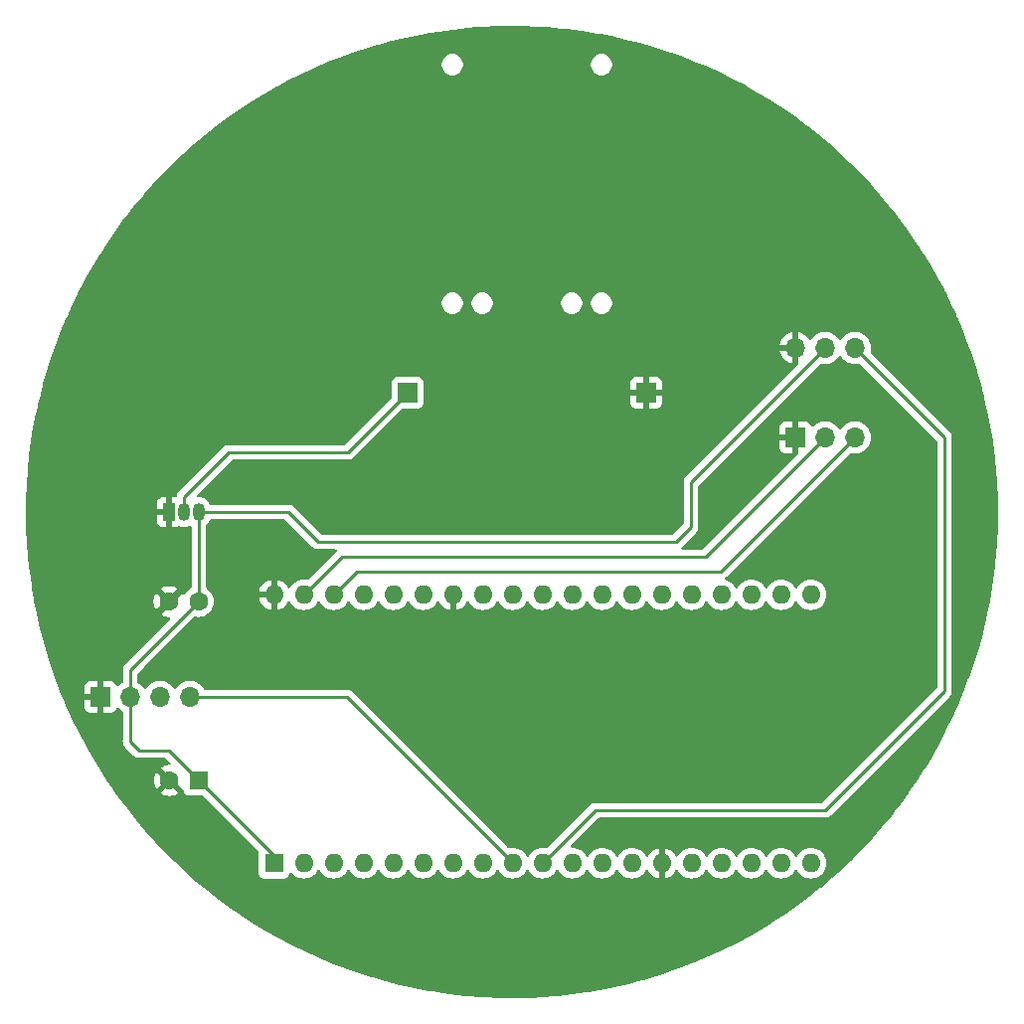
<source format=gbr>
G04 #@! TF.GenerationSoftware,KiCad,Pcbnew,(6.0.7)*
G04 #@! TF.CreationDate,2024-02-28T00:28:35-05:00*
G04 #@! TF.ProjectId,DBA,4442412e-6b69-4636-9164-5f7063625858,rev?*
G04 #@! TF.SameCoordinates,Original*
G04 #@! TF.FileFunction,Copper,L1,Top*
G04 #@! TF.FilePolarity,Positive*
%FSLAX46Y46*%
G04 Gerber Fmt 4.6, Leading zero omitted, Abs format (unit mm)*
G04 Created by KiCad (PCBNEW (6.0.7)) date 2024-02-28 00:28:35*
%MOMM*%
%LPD*%
G01*
G04 APERTURE LIST*
G04 #@! TA.AperFunction,ComponentPad*
%ADD10R,1.050000X1.500000*%
G04 #@! TD*
G04 #@! TA.AperFunction,ComponentPad*
%ADD11O,1.050000X1.500000*%
G04 #@! TD*
G04 #@! TA.AperFunction,ComponentPad*
%ADD12R,1.600000X1.600000*%
G04 #@! TD*
G04 #@! TA.AperFunction,ComponentPad*
%ADD13O,1.600000X1.600000*%
G04 #@! TD*
G04 #@! TA.AperFunction,ComponentPad*
%ADD14C,1.600000*%
G04 #@! TD*
G04 #@! TA.AperFunction,ComponentPad*
%ADD15R,1.700000X1.700000*%
G04 #@! TD*
G04 #@! TA.AperFunction,ComponentPad*
%ADD16O,1.700000X1.700000*%
G04 #@! TD*
G04 #@! TA.AperFunction,Conductor*
%ADD17C,0.250000*%
G04 #@! TD*
G04 APERTURE END LIST*
D10*
G04 #@! TO.P,U2,1,GND*
G04 #@! TO.N,GND*
X104140000Y-93980000D03*
D11*
G04 #@! TO.P,U2,2,VI*
G04 #@! TO.N,Net-(J4-Pad1)*
X105410000Y-93980000D03*
G04 #@! TO.P,U2,3,VO*
G04 #@! TO.N,Net-(C1-Pad2)*
X106680000Y-93980000D03*
G04 #@! TD*
D12*
G04 #@! TO.P,U1,1,3v3*
G04 #@! TO.N,Net-(C1-Pad2)*
X113090000Y-123880000D03*
D13*
G04 #@! TO.P,U1,2,En*
G04 #@! TO.N,unconnected-(U1-Pad2)*
X115630000Y-123880000D03*
G04 #@! TO.P,U1,3,SVP*
G04 #@! TO.N,unconnected-(U1-Pad3)*
X118170000Y-123880000D03*
G04 #@! TO.P,U1,4,Svn*
G04 #@! TO.N,unconnected-(U1-Pad4)*
X120710000Y-123880000D03*
G04 #@! TO.P,U1,5,IO34*
G04 #@! TO.N,unconnected-(U1-Pad5)*
X123250000Y-123880000D03*
G04 #@! TO.P,U1,6,IO35*
G04 #@! TO.N,unconnected-(U1-Pad6)*
X125790000Y-123880000D03*
G04 #@! TO.P,U1,7,IO32*
G04 #@! TO.N,unconnected-(U1-Pad7)*
X128330000Y-123880000D03*
G04 #@! TO.P,U1,8,IO33*
G04 #@! TO.N,unconnected-(U1-Pad8)*
X130870000Y-123880000D03*
G04 #@! TO.P,U1,9,IO25*
G04 #@! TO.N,Net-(MK2-Pad4)*
X133410000Y-123880000D03*
G04 #@! TO.P,U1,10,IO26*
G04 #@! TO.N,Net-(MK1-Pad4)*
X135950000Y-123880000D03*
G04 #@! TO.P,U1,11,IO27*
G04 #@! TO.N,unconnected-(U1-Pad11)*
X138490000Y-123880000D03*
G04 #@! TO.P,U1,12,IO14*
G04 #@! TO.N,unconnected-(U1-Pad12)*
X141030000Y-123880000D03*
G04 #@! TO.P,U1,13,IO12*
G04 #@! TO.N,unconnected-(U1-Pad13)*
X143570000Y-123880000D03*
G04 #@! TO.P,U1,14,GND*
G04 #@! TO.N,GND*
X146110000Y-123880000D03*
G04 #@! TO.P,U1,15,IO13*
G04 #@! TO.N,unconnected-(U1-Pad15)*
X148650000Y-123880000D03*
G04 #@! TO.P,U1,16,SD2*
G04 #@! TO.N,unconnected-(U1-Pad16)*
X151190000Y-123880000D03*
G04 #@! TO.P,U1,17,SD3*
G04 #@! TO.N,unconnected-(U1-Pad17)*
X153730000Y-123880000D03*
G04 #@! TO.P,U1,18,CMD*
G04 #@! TO.N,unconnected-(U1-Pad18)*
X156270000Y-123880000D03*
G04 #@! TO.P,U1,19,5V*
G04 #@! TO.N,unconnected-(U1-Pad19)*
X158810000Y-123880000D03*
G04 #@! TO.P,U1,20,CLK*
G04 #@! TO.N,unconnected-(U1-Pad20)*
X158810000Y-101020000D03*
G04 #@! TO.P,U1,21,SD0*
G04 #@! TO.N,unconnected-(U1-Pad21)*
X156270000Y-101020000D03*
G04 #@! TO.P,U1,22,SD1*
G04 #@! TO.N,unconnected-(U1-Pad22)*
X153730000Y-101020000D03*
G04 #@! TO.P,U1,23,IO15*
G04 #@! TO.N,unconnected-(U1-Pad23)*
X151190000Y-101020000D03*
G04 #@! TO.P,U1,24,IO2*
G04 #@! TO.N,unconnected-(U1-Pad24)*
X148650000Y-101020000D03*
G04 #@! TO.P,U1,25,IO0*
G04 #@! TO.N,unconnected-(U1-Pad25)*
X146110000Y-101020000D03*
G04 #@! TO.P,U1,26,IO4*
G04 #@! TO.N,unconnected-(U1-Pad26)*
X143570000Y-101020000D03*
G04 #@! TO.P,U1,27,IO16*
G04 #@! TO.N,unconnected-(U1-Pad27)*
X141030000Y-101020000D03*
G04 #@! TO.P,U1,28,IO17*
G04 #@! TO.N,unconnected-(U1-Pad28)*
X138490000Y-101020000D03*
G04 #@! TO.P,U1,29,IO5*
G04 #@! TO.N,unconnected-(U1-Pad29)*
X135950000Y-101020000D03*
G04 #@! TO.P,U1,30,IO18*
G04 #@! TO.N,unconnected-(U1-Pad30)*
X133410000Y-101020000D03*
G04 #@! TO.P,U1,31,IO19*
G04 #@! TO.N,unconnected-(U1-Pad31)*
X130870000Y-101020000D03*
G04 #@! TO.P,U1,32,GND*
G04 #@! TO.N,GND*
X128330000Y-101020000D03*
G04 #@! TO.P,U1,33,IO21*
G04 #@! TO.N,unconnected-(U1-Pad33)*
X125790000Y-101020000D03*
G04 #@! TO.P,U1,34,RxD0*
G04 #@! TO.N,unconnected-(U1-Pad34)*
X123250000Y-101020000D03*
G04 #@! TO.P,U1,35,TxD0*
G04 #@! TO.N,unconnected-(U1-Pad35)*
X120710000Y-101020000D03*
G04 #@! TO.P,U1,36,IO22*
G04 #@! TO.N,Net-(MK1-Pad3)*
X118170000Y-101020000D03*
G04 #@! TO.P,U1,37,IO23*
G04 #@! TO.N,Net-(MK1-Pad2)*
X115630000Y-101020000D03*
G04 #@! TO.P,U1,38,GND*
G04 #@! TO.N,GND*
X113090000Y-101020000D03*
G04 #@! TD*
D12*
G04 #@! TO.P,C2,1*
G04 #@! TO.N,Net-(C1-Pad2)*
X106680000Y-116840000D03*
D14*
G04 #@! TO.P,C2,2*
G04 #@! TO.N,GND*
X104180000Y-116840000D03*
G04 #@! TD*
D15*
G04 #@! TO.P,J4,1,Pin_1*
G04 #@! TO.N,Net-(J4-Pad1)*
X124460000Y-83820000D03*
G04 #@! TD*
D14*
G04 #@! TO.P,C1,1*
G04 #@! TO.N,GND*
X104140000Y-101600000D03*
G04 #@! TO.P,C1,2*
G04 #@! TO.N,Net-(C1-Pad2)*
X106640000Y-101600000D03*
G04 #@! TD*
D15*
G04 #@! TO.P,MK2,1,GND*
G04 #@! TO.N,GND*
X98298000Y-109728000D03*
D16*
G04 #@! TO.P,MK2,2,VCC*
G04 #@! TO.N,Net-(C1-Pad2)*
X100838000Y-109728000D03*
G04 #@! TO.P,MK2,3,NC*
G04 #@! TO.N,unconnected-(MK2-Pad3)*
X103378000Y-109728000D03*
G04 #@! TO.P,MK2,4,SIG*
G04 #@! TO.N,Net-(MK2-Pad4)*
X105918000Y-109728000D03*
G04 #@! TD*
D15*
G04 #@! TO.P,MK1,1,L/R*
G04 #@! TO.N,GND*
X157480000Y-87630000D03*
D16*
G04 #@! TO.P,MK1,2,WS*
G04 #@! TO.N,Net-(MK1-Pad2)*
X160020000Y-87630000D03*
G04 #@! TO.P,MK1,3,SCK*
G04 #@! TO.N,Net-(MK1-Pad3)*
X162560000Y-87630000D03*
G04 #@! TO.P,MK1,4,SD*
G04 #@! TO.N,Net-(MK1-Pad4)*
X162560000Y-80010000D03*
G04 #@! TO.P,MK1,5,VDD*
G04 #@! TO.N,Net-(C1-Pad2)*
X160020000Y-80010000D03*
G04 #@! TO.P,MK1,6,GND*
G04 #@! TO.N,GND*
X157480000Y-80010000D03*
G04 #@! TD*
D15*
G04 #@! TO.P,J5,1,Pin_1*
G04 #@! TO.N,GND*
X144780000Y-83820000D03*
G04 #@! TD*
D17*
G04 #@! TO.N,Net-(MK1-Pad2)*
X149860000Y-97790000D02*
X118860000Y-97790000D01*
X118860000Y-97790000D02*
X115630000Y-101020000D01*
X160020000Y-87630000D02*
X149860000Y-97790000D01*
G04 #@! TO.N,Net-(MK1-Pad3)*
X120130000Y-99060000D02*
X118170000Y-101020000D01*
X151130000Y-99060000D02*
X120130000Y-99060000D01*
X162560000Y-87630000D02*
X151130000Y-99060000D01*
G04 #@! TO.N,Net-(MK1-Pad4)*
X160020000Y-119380000D02*
X140450000Y-119380000D01*
X140450000Y-119380000D02*
X135950000Y-123880000D01*
X170180000Y-87630000D02*
X170180000Y-109220000D01*
X162560000Y-80010000D02*
X170180000Y-87630000D01*
X170180000Y-109220000D02*
X160020000Y-119380000D01*
G04 #@! TO.N,Net-(MK2-Pad4)*
X133410000Y-123880000D02*
X119258000Y-109728000D01*
X119258000Y-109728000D02*
X105918000Y-109728000D01*
G04 #@! TO.N,Net-(C1-Pad2)*
X100838000Y-107442000D02*
X100838000Y-109728000D01*
X160020000Y-80010000D02*
X148590000Y-91440000D01*
X106680000Y-116840000D02*
X104140000Y-114300000D01*
X116840000Y-96520000D02*
X114300000Y-93980000D01*
X100838000Y-113538000D02*
X100838000Y-109728000D01*
X114300000Y-93980000D02*
X106680000Y-93980000D01*
X101600000Y-106680000D02*
X100838000Y-107442000D01*
X148590000Y-95250000D02*
X147320000Y-96520000D01*
X147320000Y-96520000D02*
X116840000Y-96520000D01*
X106680000Y-101560000D02*
X106640000Y-101600000D01*
X101600000Y-114300000D02*
X100838000Y-113538000D01*
X148590000Y-91440000D02*
X148590000Y-95250000D01*
X106680000Y-116840000D02*
X113090000Y-123250000D01*
X106680000Y-93980000D02*
X106680000Y-101560000D01*
X113090000Y-123250000D02*
X113090000Y-123880000D01*
X106640000Y-101600000D02*
X101600000Y-106640000D01*
X104140000Y-114300000D02*
X101600000Y-114300000D01*
X101600000Y-106640000D02*
X101600000Y-106680000D01*
G04 #@! TO.N,Net-(J4-Pad1)*
X119380000Y-88900000D02*
X109220000Y-88900000D01*
X124460000Y-83820000D02*
X119380000Y-88900000D01*
X109220000Y-88900000D02*
X105410000Y-92710000D01*
X105410000Y-92710000D02*
X105410000Y-93980000D01*
G04 #@! TD*
G04 #@! TA.AperFunction,Conductor*
G04 #@! TO.N,GND*
G36*
X133831187Y-52585808D02*
G01*
X134504141Y-52594618D01*
X134507828Y-52594720D01*
X135327648Y-52629797D01*
X135731363Y-52647071D01*
X135735095Y-52647286D01*
X136345808Y-52691598D01*
X136956532Y-52735911D01*
X136960232Y-52736235D01*
X137569361Y-52798645D01*
X138178478Y-52861054D01*
X138182191Y-52861490D01*
X138626143Y-52920332D01*
X139396219Y-53022398D01*
X139399873Y-53022938D01*
X140608625Y-53219795D01*
X140612289Y-53220449D01*
X140922584Y-53280483D01*
X141814627Y-53453071D01*
X141818286Y-53453836D01*
X143013142Y-53722013D01*
X143016777Y-53722885D01*
X143395957Y-53819889D01*
X144203230Y-54026411D01*
X144206789Y-54027377D01*
X145383717Y-54365967D01*
X145387293Y-54367054D01*
X146553651Y-54740408D01*
X146557158Y-54741589D01*
X147205380Y-54970500D01*
X147711866Y-55149359D01*
X147715372Y-55150656D01*
X148857550Y-55592532D01*
X148861016Y-55593932D01*
X149989530Y-56069474D01*
X149992953Y-56070977D01*
X151106843Y-56579781D01*
X151110220Y-56581384D01*
X152208565Y-57123028D01*
X152211893Y-57124731D01*
X153293674Y-57698713D01*
X153296950Y-57700514D01*
X154361218Y-58306331D01*
X154364438Y-58308227D01*
X155410288Y-58945366D01*
X155413414Y-58947334D01*
X155532142Y-59024584D01*
X156439937Y-59615240D01*
X156443020Y-59617312D01*
X157449292Y-60315388D01*
X157452260Y-60317514D01*
X158437313Y-61045085D01*
X158440276Y-61047341D01*
X158552047Y-61135139D01*
X159403350Y-61803846D01*
X159406255Y-61806199D01*
X160346405Y-62590893D01*
X160349240Y-62593331D01*
X161265729Y-63405600D01*
X161268489Y-63408120D01*
X162160473Y-64247214D01*
X162163158Y-64249816D01*
X163029855Y-65115002D01*
X163032461Y-65117682D01*
X163873095Y-66008182D01*
X163875611Y-66010927D01*
X164196683Y-66371924D01*
X164689502Y-66926025D01*
X164691939Y-66928850D01*
X165478305Y-67867668D01*
X165480609Y-67870502D01*
X165843503Y-68330830D01*
X166238795Y-68832255D01*
X166241066Y-68835225D01*
X166970372Y-69819030D01*
X166972553Y-69822066D01*
X167672336Y-70827048D01*
X167674417Y-70830134D01*
X168070293Y-71436248D01*
X168344081Y-71855438D01*
X168346067Y-71858579D01*
X168420874Y-71980892D01*
X168985037Y-72903330D01*
X168986940Y-72906548D01*
X169594614Y-73969756D01*
X169596421Y-73973029D01*
X170172283Y-75053792D01*
X170173992Y-75057116D01*
X170327908Y-75367858D01*
X170603305Y-75923858D01*
X170717566Y-76154541D01*
X170719168Y-76157902D01*
X171155692Y-77109156D01*
X171229916Y-77270903D01*
X171231414Y-77274298D01*
X171286738Y-77404950D01*
X171708953Y-78402046D01*
X171710359Y-78405510D01*
X172153277Y-79544470D01*
X172154204Y-79546855D01*
X172155502Y-79550344D01*
X172536977Y-80624616D01*
X172565296Y-80704366D01*
X172566489Y-80707889D01*
X172941878Y-81873593D01*
X172942967Y-81877156D01*
X172983016Y-82015455D01*
X173283608Y-83053480D01*
X173284594Y-83057086D01*
X173415304Y-83564329D01*
X173551308Y-84092115D01*
X173590176Y-84242951D01*
X173591052Y-84246573D01*
X173607554Y-84319501D01*
X173861326Y-85441009D01*
X173862097Y-85444667D01*
X174096815Y-86646590D01*
X174097477Y-86650269D01*
X174296434Y-87858613D01*
X174296987Y-87862311D01*
X174423055Y-88800896D01*
X174446367Y-88974452D01*
X174460015Y-89076066D01*
X174460457Y-89079774D01*
X174507949Y-89535453D01*
X174587398Y-90297760D01*
X174587731Y-90301483D01*
X174678489Y-91522787D01*
X174678710Y-91526519D01*
X174685134Y-91670762D01*
X174732556Y-92735548D01*
X174733195Y-92749902D01*
X174733305Y-92753618D01*
X174737376Y-93028013D01*
X174751475Y-93978342D01*
X174751481Y-93981640D01*
X174749860Y-94124518D01*
X174741658Y-94847604D01*
X174740863Y-94917656D01*
X174740783Y-94920918D01*
X174709958Y-95742000D01*
X174694832Y-96144898D01*
X174694637Y-96148625D01*
X174643248Y-96912247D01*
X174612407Y-97370534D01*
X174612100Y-97374260D01*
X174493666Y-98593097D01*
X174493250Y-98596812D01*
X174342002Y-99785716D01*
X174338699Y-99811676D01*
X174338173Y-99815368D01*
X174148457Y-101020000D01*
X174147658Y-101025071D01*
X174147026Y-101028731D01*
X173954184Y-102054225D01*
X173920694Y-102232319D01*
X173919949Y-102235978D01*
X173905700Y-102301058D01*
X173658032Y-103432219D01*
X173657179Y-103435859D01*
X173359865Y-104623899D01*
X173358903Y-104627511D01*
X173026501Y-105806123D01*
X173025433Y-105809706D01*
X172658206Y-106977954D01*
X172657033Y-106981503D01*
X172255293Y-108138392D01*
X172254014Y-108141905D01*
X172083314Y-108590098D01*
X171824419Y-109269858D01*
X171818153Y-109286309D01*
X171816778Y-109289766D01*
X171360811Y-110387857D01*
X171347132Y-110420799D01*
X171345652Y-110424219D01*
X171261293Y-110611489D01*
X170842670Y-111540797D01*
X170841084Y-111544182D01*
X170305218Y-112645309D01*
X170303533Y-112648646D01*
X169735209Y-113733442D01*
X169733425Y-113736727D01*
X169133182Y-114804163D01*
X169131301Y-114807394D01*
X169043337Y-114953502D01*
X168542068Y-115786109D01*
X168499675Y-115856523D01*
X168497715Y-115859673D01*
X168261713Y-116226579D01*
X167835199Y-116889669D01*
X167833130Y-116892783D01*
X167557860Y-117294053D01*
X167151303Y-117886705D01*
X167140370Y-117902642D01*
X167138224Y-117905673D01*
X166432698Y-118871420D01*
X166415813Y-118894533D01*
X166413576Y-118897501D01*
X166145573Y-119242388D01*
X165662149Y-119864492D01*
X165659812Y-119867410D01*
X164880018Y-120811695D01*
X164877595Y-120814542D01*
X164070139Y-121735270D01*
X164067633Y-121738043D01*
X163233234Y-122634393D01*
X163230646Y-122637092D01*
X163223067Y-122644764D01*
X162561305Y-123314661D01*
X162370011Y-123508306D01*
X162367351Y-123510920D01*
X162213808Y-123657393D01*
X161481241Y-124356227D01*
X161478498Y-124358767D01*
X161128297Y-124673537D01*
X160572009Y-125173543D01*
X160567703Y-125177413D01*
X160564893Y-125179864D01*
X159656653Y-125948746D01*
X159630221Y-125971122D01*
X159627340Y-125973489D01*
X159287154Y-126244570D01*
X158669595Y-126736679D01*
X158666637Y-126738965D01*
X157686707Y-127473381D01*
X157683691Y-127475573D01*
X156682300Y-128180670D01*
X156679264Y-128182739D01*
X155657455Y-128857778D01*
X155654360Y-128859758D01*
X155281544Y-129090463D01*
X154612969Y-129504189D01*
X154609761Y-129506109D01*
X153549749Y-130119341D01*
X153546486Y-130121165D01*
X152468725Y-130702694D01*
X152465409Y-130704420D01*
X151370886Y-131253712D01*
X151367520Y-131255339D01*
X150257209Y-131771906D01*
X150253797Y-131773433D01*
X150035537Y-131867205D01*
X149128557Y-132256875D01*
X149125142Y-132258281D01*
X148852710Y-132365870D01*
X147986145Y-132708092D01*
X147982648Y-132709414D01*
X146830772Y-133125251D01*
X146827245Y-133126466D01*
X146403266Y-133265453D01*
X145663523Y-133507953D01*
X145659953Y-133509064D01*
X144485494Y-133855840D01*
X144481894Y-133856846D01*
X144049150Y-133970778D01*
X143297592Y-134168646D01*
X143293991Y-134169538D01*
X142854234Y-134271468D01*
X142100984Y-134446062D01*
X142097330Y-134446852D01*
X140896647Y-134687862D01*
X140892971Y-134688543D01*
X140194785Y-134807259D01*
X139998332Y-134840663D01*
X139685690Y-134893823D01*
X139682000Y-134894394D01*
X138469130Y-135063774D01*
X138465430Y-135064234D01*
X137248080Y-135197556D01*
X137244376Y-135197906D01*
X136853328Y-135229025D01*
X136023590Y-135295055D01*
X136019860Y-135295296D01*
X134796777Y-135356185D01*
X134793041Y-135356316D01*
X134154158Y-135369141D01*
X133568618Y-135380895D01*
X133564897Y-135380914D01*
X132766761Y-135373252D01*
X132340353Y-135369159D01*
X132336615Y-135369068D01*
X132123997Y-135360714D01*
X131112905Y-135320989D01*
X131109221Y-135320789D01*
X130434340Y-135274189D01*
X129887470Y-135236427D01*
X129883745Y-135236114D01*
X129427858Y-135191012D01*
X128665049Y-135115546D01*
X128661401Y-135115131D01*
X127446753Y-134958454D01*
X127443097Y-134957926D01*
X126646049Y-134830973D01*
X126233749Y-134765302D01*
X126230066Y-134764660D01*
X125437137Y-134614118D01*
X125026890Y-134536230D01*
X125023245Y-134535482D01*
X123827416Y-134271467D01*
X123823783Y-134270608D01*
X122636274Y-133971224D01*
X122632720Y-133970272D01*
X121454627Y-133635795D01*
X121451096Y-133634736D01*
X120283432Y-133265452D01*
X120279889Y-133264273D01*
X119123710Y-132860518D01*
X119120245Y-132859250D01*
X117976566Y-132421376D01*
X117973099Y-132419990D01*
X116842902Y-131948377D01*
X116839474Y-131946886D01*
X115723828Y-131441979D01*
X115720446Y-131440388D01*
X114620175Y-130902562D01*
X114616866Y-130900883D01*
X113533084Y-130330678D01*
X113529868Y-130328925D01*
X112463404Y-129726777D01*
X112460209Y-129724909D01*
X111412146Y-129091429D01*
X111408988Y-129089456D01*
X110380165Y-128425155D01*
X110377071Y-128423091D01*
X110200164Y-128301278D01*
X109368406Y-127728556D01*
X109365370Y-127726398D01*
X108377770Y-127002260D01*
X108374842Y-127000047D01*
X107409138Y-126246912D01*
X107406225Y-126244570D01*
X106463319Y-125463143D01*
X106460476Y-125460715D01*
X105541159Y-124651652D01*
X105538390Y-124649141D01*
X104643481Y-123813165D01*
X104640787Y-123810572D01*
X104480738Y-123651913D01*
X104087868Y-123262457D01*
X103771076Y-122948417D01*
X103768461Y-122945746D01*
X102924741Y-122058203D01*
X102922205Y-122055456D01*
X102105134Y-121143215D01*
X102102682Y-121140394D01*
X101313062Y-120204349D01*
X101310694Y-120201456D01*
X100549182Y-119242388D01*
X100546901Y-119239426D01*
X99814181Y-118258195D01*
X99811989Y-118255167D01*
X99733021Y-118142598D01*
X99581119Y-117926062D01*
X103458493Y-117926062D01*
X103467789Y-117938077D01*
X103518994Y-117973931D01*
X103528489Y-117979414D01*
X103725947Y-118071490D01*
X103736239Y-118075236D01*
X103946688Y-118131625D01*
X103957481Y-118133528D01*
X104174525Y-118152517D01*
X104185475Y-118152517D01*
X104402519Y-118133528D01*
X104413312Y-118131625D01*
X104623761Y-118075236D01*
X104634053Y-118071490D01*
X104831511Y-117979414D01*
X104841006Y-117973931D01*
X104893048Y-117937491D01*
X104901424Y-117927012D01*
X104894356Y-117913566D01*
X104192812Y-117212022D01*
X104178868Y-117204408D01*
X104177035Y-117204539D01*
X104170420Y-117208790D01*
X103464923Y-117914287D01*
X103458493Y-117926062D01*
X99581119Y-117926062D01*
X99108676Y-117252595D01*
X99106591Y-117249526D01*
X99074264Y-117200405D01*
X98840675Y-116845475D01*
X102867483Y-116845475D01*
X102886472Y-117062519D01*
X102888375Y-117073312D01*
X102944764Y-117283761D01*
X102948510Y-117294053D01*
X103040586Y-117491511D01*
X103046069Y-117501006D01*
X103082509Y-117553048D01*
X103092988Y-117561424D01*
X103106434Y-117554356D01*
X103807978Y-116852812D01*
X103815592Y-116838868D01*
X103815461Y-116837035D01*
X103811210Y-116830420D01*
X103105713Y-116124923D01*
X103093938Y-116118493D01*
X103081923Y-116127789D01*
X103046069Y-116178994D01*
X103040586Y-116188489D01*
X102948510Y-116385947D01*
X102944764Y-116396239D01*
X102888375Y-116606688D01*
X102886472Y-116617481D01*
X102867483Y-116834525D01*
X102867483Y-116845475D01*
X98840675Y-116845475D01*
X98433362Y-116226579D01*
X98431353Y-116223426D01*
X97788751Y-115180931D01*
X97786837Y-115177720D01*
X97175447Y-114116624D01*
X97173629Y-114113357D01*
X96922238Y-113645497D01*
X96593988Y-113034594D01*
X96592298Y-113031334D01*
X96320069Y-112486519D01*
X96044897Y-111935811D01*
X96043276Y-111932443D01*
X95528628Y-110821190D01*
X95527108Y-110817775D01*
X95443687Y-110622669D01*
X96940001Y-110622669D01*
X96940371Y-110629490D01*
X96945895Y-110680352D01*
X96949521Y-110695604D01*
X96994676Y-110816054D01*
X97003214Y-110831649D01*
X97079715Y-110933724D01*
X97092276Y-110946285D01*
X97194351Y-111022786D01*
X97209946Y-111031324D01*
X97330394Y-111076478D01*
X97345649Y-111080105D01*
X97396514Y-111085631D01*
X97403328Y-111086000D01*
X98025885Y-111086000D01*
X98041124Y-111081525D01*
X98042329Y-111080135D01*
X98044000Y-111072452D01*
X98044000Y-111067884D01*
X98552000Y-111067884D01*
X98556475Y-111083123D01*
X98557865Y-111084328D01*
X98565548Y-111085999D01*
X99192669Y-111085999D01*
X99199490Y-111085629D01*
X99250352Y-111080105D01*
X99265604Y-111076479D01*
X99386054Y-111031324D01*
X99401649Y-111022786D01*
X99503724Y-110946285D01*
X99516285Y-110933724D01*
X99592786Y-110831649D01*
X99601324Y-110816054D01*
X99642225Y-110706952D01*
X99684867Y-110650188D01*
X99751428Y-110625488D01*
X99820777Y-110640696D01*
X99855444Y-110668684D01*
X99880865Y-110698031D01*
X99880869Y-110698035D01*
X99884250Y-110701938D01*
X100056126Y-110844632D01*
X100060593Y-110847242D01*
X100142070Y-110894853D01*
X100190794Y-110946491D01*
X100204500Y-111003641D01*
X100204500Y-113459233D01*
X100203973Y-113470416D01*
X100202298Y-113477909D01*
X100202547Y-113485835D01*
X100202547Y-113485836D01*
X100204438Y-113545986D01*
X100204500Y-113549945D01*
X100204500Y-113577856D01*
X100204997Y-113581790D01*
X100204997Y-113581791D01*
X100205005Y-113581856D01*
X100205938Y-113593693D01*
X100207327Y-113637889D01*
X100212978Y-113657339D01*
X100216987Y-113676700D01*
X100218109Y-113685577D01*
X100219526Y-113696797D01*
X100222445Y-113704168D01*
X100222445Y-113704170D01*
X100235804Y-113737912D01*
X100239649Y-113749142D01*
X100241421Y-113755242D01*
X100251982Y-113791593D01*
X100256015Y-113798412D01*
X100256017Y-113798417D01*
X100262293Y-113809028D01*
X100270988Y-113826776D01*
X100278448Y-113845617D01*
X100283110Y-113852033D01*
X100283110Y-113852034D01*
X100304436Y-113881387D01*
X100310952Y-113891307D01*
X100320675Y-113907747D01*
X100333458Y-113929362D01*
X100347779Y-113943683D01*
X100360619Y-113958716D01*
X100372528Y-113975107D01*
X100404413Y-114001484D01*
X100406593Y-114003288D01*
X100415374Y-114011278D01*
X101096353Y-114692258D01*
X101103887Y-114700537D01*
X101108000Y-114707018D01*
X101157651Y-114753643D01*
X101160493Y-114756398D01*
X101180230Y-114776135D01*
X101183427Y-114778615D01*
X101192447Y-114786318D01*
X101224679Y-114816586D01*
X101231625Y-114820405D01*
X101231628Y-114820407D01*
X101242434Y-114826348D01*
X101258953Y-114837199D01*
X101274959Y-114849614D01*
X101282228Y-114852759D01*
X101282232Y-114852762D01*
X101315537Y-114867174D01*
X101326187Y-114872391D01*
X101364940Y-114893695D01*
X101372615Y-114895666D01*
X101372616Y-114895666D01*
X101384562Y-114898733D01*
X101403267Y-114905137D01*
X101421855Y-114913181D01*
X101429678Y-114914420D01*
X101429688Y-114914423D01*
X101465524Y-114920099D01*
X101477144Y-114922505D01*
X101512289Y-114931528D01*
X101519970Y-114933500D01*
X101540224Y-114933500D01*
X101559934Y-114935051D01*
X101579943Y-114938220D01*
X101587835Y-114937474D01*
X101623961Y-114934059D01*
X101635819Y-114933500D01*
X103825406Y-114933500D01*
X103893527Y-114953502D01*
X103914501Y-114970405D01*
X104256615Y-115312519D01*
X104290641Y-115374831D01*
X104285576Y-115445646D01*
X104243029Y-115502482D01*
X104178502Y-115527135D01*
X103957480Y-115546472D01*
X103946688Y-115548375D01*
X103736239Y-115604764D01*
X103725947Y-115608510D01*
X103528489Y-115700586D01*
X103518994Y-115706069D01*
X103466952Y-115742509D01*
X103458576Y-115752988D01*
X103465644Y-115766434D01*
X105254287Y-117555077D01*
X105296029Y-117577871D01*
X105306029Y-117580047D01*
X105356227Y-117630253D01*
X105371451Y-117683814D01*
X105371500Y-117684719D01*
X105371500Y-117688134D01*
X105378255Y-117750316D01*
X105429385Y-117886705D01*
X105516739Y-118003261D01*
X105633295Y-118090615D01*
X105769684Y-118141745D01*
X105831866Y-118148500D01*
X107040406Y-118148500D01*
X107108527Y-118168502D01*
X107129501Y-118185405D01*
X111765118Y-122821023D01*
X111799144Y-122883335D01*
X111794004Y-122954348D01*
X111788255Y-122969684D01*
X111781500Y-123031866D01*
X111781500Y-124728134D01*
X111788255Y-124790316D01*
X111839385Y-124926705D01*
X111926739Y-125043261D01*
X112043295Y-125130615D01*
X112179684Y-125181745D01*
X112241866Y-125188500D01*
X113938134Y-125188500D01*
X114000316Y-125181745D01*
X114136705Y-125130615D01*
X114253261Y-125043261D01*
X114340615Y-124926705D01*
X114391745Y-124790316D01*
X114392917Y-124779526D01*
X114393803Y-124777394D01*
X114394425Y-124774778D01*
X114394848Y-124774879D01*
X114420155Y-124713965D01*
X114478517Y-124673537D01*
X114549471Y-124671078D01*
X114610490Y-124707371D01*
X114617489Y-124716031D01*
X114620643Y-124719789D01*
X114623802Y-124724300D01*
X114785700Y-124886198D01*
X114790208Y-124889355D01*
X114790211Y-124889357D01*
X114831542Y-124918297D01*
X114973251Y-125017523D01*
X114978233Y-125019846D01*
X114978238Y-125019849D01*
X115165865Y-125107340D01*
X115180757Y-125114284D01*
X115186065Y-125115706D01*
X115186067Y-125115707D01*
X115396598Y-125172119D01*
X115396600Y-125172119D01*
X115401913Y-125173543D01*
X115630000Y-125193498D01*
X115858087Y-125173543D01*
X115863400Y-125172119D01*
X115863402Y-125172119D01*
X116073933Y-125115707D01*
X116073935Y-125115706D01*
X116079243Y-125114284D01*
X116094135Y-125107340D01*
X116281762Y-125019849D01*
X116281767Y-125019846D01*
X116286749Y-125017523D01*
X116428458Y-124918297D01*
X116469789Y-124889357D01*
X116469792Y-124889355D01*
X116474300Y-124886198D01*
X116636198Y-124724300D01*
X116767523Y-124536749D01*
X116769846Y-124531767D01*
X116769849Y-124531762D01*
X116785805Y-124497543D01*
X116832722Y-124444258D01*
X116900999Y-124424797D01*
X116968959Y-124445339D01*
X117014195Y-124497543D01*
X117030151Y-124531762D01*
X117030154Y-124531767D01*
X117032477Y-124536749D01*
X117163802Y-124724300D01*
X117325700Y-124886198D01*
X117330208Y-124889355D01*
X117330211Y-124889357D01*
X117371542Y-124918297D01*
X117513251Y-125017523D01*
X117518233Y-125019846D01*
X117518238Y-125019849D01*
X117705865Y-125107340D01*
X117720757Y-125114284D01*
X117726065Y-125115706D01*
X117726067Y-125115707D01*
X117936598Y-125172119D01*
X117936600Y-125172119D01*
X117941913Y-125173543D01*
X118170000Y-125193498D01*
X118398087Y-125173543D01*
X118403400Y-125172119D01*
X118403402Y-125172119D01*
X118613933Y-125115707D01*
X118613935Y-125115706D01*
X118619243Y-125114284D01*
X118634135Y-125107340D01*
X118821762Y-125019849D01*
X118821767Y-125019846D01*
X118826749Y-125017523D01*
X118968458Y-124918297D01*
X119009789Y-124889357D01*
X119009792Y-124889355D01*
X119014300Y-124886198D01*
X119176198Y-124724300D01*
X119307523Y-124536749D01*
X119309846Y-124531767D01*
X119309849Y-124531762D01*
X119325805Y-124497543D01*
X119372722Y-124444258D01*
X119440999Y-124424797D01*
X119508959Y-124445339D01*
X119554195Y-124497543D01*
X119570151Y-124531762D01*
X119570154Y-124531767D01*
X119572477Y-124536749D01*
X119703802Y-124724300D01*
X119865700Y-124886198D01*
X119870208Y-124889355D01*
X119870211Y-124889357D01*
X119911542Y-124918297D01*
X120053251Y-125017523D01*
X120058233Y-125019846D01*
X120058238Y-125019849D01*
X120245865Y-125107340D01*
X120260757Y-125114284D01*
X120266065Y-125115706D01*
X120266067Y-125115707D01*
X120476598Y-125172119D01*
X120476600Y-125172119D01*
X120481913Y-125173543D01*
X120710000Y-125193498D01*
X120938087Y-125173543D01*
X120943400Y-125172119D01*
X120943402Y-125172119D01*
X121153933Y-125115707D01*
X121153935Y-125115706D01*
X121159243Y-125114284D01*
X121174135Y-125107340D01*
X121361762Y-125019849D01*
X121361767Y-125019846D01*
X121366749Y-125017523D01*
X121508458Y-124918297D01*
X121549789Y-124889357D01*
X121549792Y-124889355D01*
X121554300Y-124886198D01*
X121716198Y-124724300D01*
X121847523Y-124536749D01*
X121849846Y-124531767D01*
X121849849Y-124531762D01*
X121865805Y-124497543D01*
X121912722Y-124444258D01*
X121980999Y-124424797D01*
X122048959Y-124445339D01*
X122094195Y-124497543D01*
X122110151Y-124531762D01*
X122110154Y-124531767D01*
X122112477Y-124536749D01*
X122243802Y-124724300D01*
X122405700Y-124886198D01*
X122410208Y-124889355D01*
X122410211Y-124889357D01*
X122451542Y-124918297D01*
X122593251Y-125017523D01*
X122598233Y-125019846D01*
X122598238Y-125019849D01*
X122785865Y-125107340D01*
X122800757Y-125114284D01*
X122806065Y-125115706D01*
X122806067Y-125115707D01*
X123016598Y-125172119D01*
X123016600Y-125172119D01*
X123021913Y-125173543D01*
X123250000Y-125193498D01*
X123478087Y-125173543D01*
X123483400Y-125172119D01*
X123483402Y-125172119D01*
X123693933Y-125115707D01*
X123693935Y-125115706D01*
X123699243Y-125114284D01*
X123714135Y-125107340D01*
X123901762Y-125019849D01*
X123901767Y-125019846D01*
X123906749Y-125017523D01*
X124048458Y-124918297D01*
X124089789Y-124889357D01*
X124089792Y-124889355D01*
X124094300Y-124886198D01*
X124256198Y-124724300D01*
X124387523Y-124536749D01*
X124389846Y-124531767D01*
X124389849Y-124531762D01*
X124405805Y-124497543D01*
X124452722Y-124444258D01*
X124520999Y-124424797D01*
X124588959Y-124445339D01*
X124634195Y-124497543D01*
X124650151Y-124531762D01*
X124650154Y-124531767D01*
X124652477Y-124536749D01*
X124783802Y-124724300D01*
X124945700Y-124886198D01*
X124950208Y-124889355D01*
X124950211Y-124889357D01*
X124991542Y-124918297D01*
X125133251Y-125017523D01*
X125138233Y-125019846D01*
X125138238Y-125019849D01*
X125325865Y-125107340D01*
X125340757Y-125114284D01*
X125346065Y-125115706D01*
X125346067Y-125115707D01*
X125556598Y-125172119D01*
X125556600Y-125172119D01*
X125561913Y-125173543D01*
X125790000Y-125193498D01*
X126018087Y-125173543D01*
X126023400Y-125172119D01*
X126023402Y-125172119D01*
X126233933Y-125115707D01*
X126233935Y-125115706D01*
X126239243Y-125114284D01*
X126254135Y-125107340D01*
X126441762Y-125019849D01*
X126441767Y-125019846D01*
X126446749Y-125017523D01*
X126588458Y-124918297D01*
X126629789Y-124889357D01*
X126629792Y-124889355D01*
X126634300Y-124886198D01*
X126796198Y-124724300D01*
X126927523Y-124536749D01*
X126929846Y-124531767D01*
X126929849Y-124531762D01*
X126945805Y-124497543D01*
X126992722Y-124444258D01*
X127060999Y-124424797D01*
X127128959Y-124445339D01*
X127174195Y-124497543D01*
X127190151Y-124531762D01*
X127190154Y-124531767D01*
X127192477Y-124536749D01*
X127323802Y-124724300D01*
X127485700Y-124886198D01*
X127490208Y-124889355D01*
X127490211Y-124889357D01*
X127531542Y-124918297D01*
X127673251Y-125017523D01*
X127678233Y-125019846D01*
X127678238Y-125019849D01*
X127865865Y-125107340D01*
X127880757Y-125114284D01*
X127886065Y-125115706D01*
X127886067Y-125115707D01*
X128096598Y-125172119D01*
X128096600Y-125172119D01*
X128101913Y-125173543D01*
X128330000Y-125193498D01*
X128558087Y-125173543D01*
X128563400Y-125172119D01*
X128563402Y-125172119D01*
X128773933Y-125115707D01*
X128773935Y-125115706D01*
X128779243Y-125114284D01*
X128794135Y-125107340D01*
X128981762Y-125019849D01*
X128981767Y-125019846D01*
X128986749Y-125017523D01*
X129128458Y-124918297D01*
X129169789Y-124889357D01*
X129169792Y-124889355D01*
X129174300Y-124886198D01*
X129336198Y-124724300D01*
X129467523Y-124536749D01*
X129469846Y-124531767D01*
X129469849Y-124531762D01*
X129485805Y-124497543D01*
X129532722Y-124444258D01*
X129600999Y-124424797D01*
X129668959Y-124445339D01*
X129714195Y-124497543D01*
X129730151Y-124531762D01*
X129730154Y-124531767D01*
X129732477Y-124536749D01*
X129863802Y-124724300D01*
X130025700Y-124886198D01*
X130030208Y-124889355D01*
X130030211Y-124889357D01*
X130071542Y-124918297D01*
X130213251Y-125017523D01*
X130218233Y-125019846D01*
X130218238Y-125019849D01*
X130405865Y-125107340D01*
X130420757Y-125114284D01*
X130426065Y-125115706D01*
X130426067Y-125115707D01*
X130636598Y-125172119D01*
X130636600Y-125172119D01*
X130641913Y-125173543D01*
X130870000Y-125193498D01*
X131098087Y-125173543D01*
X131103400Y-125172119D01*
X131103402Y-125172119D01*
X131313933Y-125115707D01*
X131313935Y-125115706D01*
X131319243Y-125114284D01*
X131334135Y-125107340D01*
X131521762Y-125019849D01*
X131521767Y-125019846D01*
X131526749Y-125017523D01*
X131668458Y-124918297D01*
X131709789Y-124889357D01*
X131709792Y-124889355D01*
X131714300Y-124886198D01*
X131876198Y-124724300D01*
X132007523Y-124536749D01*
X132009846Y-124531767D01*
X132009849Y-124531762D01*
X132025805Y-124497543D01*
X132072722Y-124444258D01*
X132140999Y-124424797D01*
X132208959Y-124445339D01*
X132254195Y-124497543D01*
X132270151Y-124531762D01*
X132270154Y-124531767D01*
X132272477Y-124536749D01*
X132403802Y-124724300D01*
X132565700Y-124886198D01*
X132570208Y-124889355D01*
X132570211Y-124889357D01*
X132611542Y-124918297D01*
X132753251Y-125017523D01*
X132758233Y-125019846D01*
X132758238Y-125019849D01*
X132945865Y-125107340D01*
X132960757Y-125114284D01*
X132966065Y-125115706D01*
X132966067Y-125115707D01*
X133176598Y-125172119D01*
X133176600Y-125172119D01*
X133181913Y-125173543D01*
X133410000Y-125193498D01*
X133638087Y-125173543D01*
X133643400Y-125172119D01*
X133643402Y-125172119D01*
X133853933Y-125115707D01*
X133853935Y-125115706D01*
X133859243Y-125114284D01*
X133874135Y-125107340D01*
X134061762Y-125019849D01*
X134061767Y-125019846D01*
X134066749Y-125017523D01*
X134208458Y-124918297D01*
X134249789Y-124889357D01*
X134249792Y-124889355D01*
X134254300Y-124886198D01*
X134416198Y-124724300D01*
X134547523Y-124536749D01*
X134549846Y-124531767D01*
X134549849Y-124531762D01*
X134565805Y-124497543D01*
X134612722Y-124444258D01*
X134680999Y-124424797D01*
X134748959Y-124445339D01*
X134794195Y-124497543D01*
X134810151Y-124531762D01*
X134810154Y-124531767D01*
X134812477Y-124536749D01*
X134943802Y-124724300D01*
X135105700Y-124886198D01*
X135110208Y-124889355D01*
X135110211Y-124889357D01*
X135151542Y-124918297D01*
X135293251Y-125017523D01*
X135298233Y-125019846D01*
X135298238Y-125019849D01*
X135485865Y-125107340D01*
X135500757Y-125114284D01*
X135506065Y-125115706D01*
X135506067Y-125115707D01*
X135716598Y-125172119D01*
X135716600Y-125172119D01*
X135721913Y-125173543D01*
X135950000Y-125193498D01*
X136178087Y-125173543D01*
X136183400Y-125172119D01*
X136183402Y-125172119D01*
X136393933Y-125115707D01*
X136393935Y-125115706D01*
X136399243Y-125114284D01*
X136414135Y-125107340D01*
X136601762Y-125019849D01*
X136601767Y-125019846D01*
X136606749Y-125017523D01*
X136748458Y-124918297D01*
X136789789Y-124889357D01*
X136789792Y-124889355D01*
X136794300Y-124886198D01*
X136956198Y-124724300D01*
X137087523Y-124536749D01*
X137089846Y-124531767D01*
X137089849Y-124531762D01*
X137105805Y-124497543D01*
X137152722Y-124444258D01*
X137220999Y-124424797D01*
X137288959Y-124445339D01*
X137334195Y-124497543D01*
X137350151Y-124531762D01*
X137350154Y-124531767D01*
X137352477Y-124536749D01*
X137483802Y-124724300D01*
X137645700Y-124886198D01*
X137650208Y-124889355D01*
X137650211Y-124889357D01*
X137691542Y-124918297D01*
X137833251Y-125017523D01*
X137838233Y-125019846D01*
X137838238Y-125019849D01*
X138025865Y-125107340D01*
X138040757Y-125114284D01*
X138046065Y-125115706D01*
X138046067Y-125115707D01*
X138256598Y-125172119D01*
X138256600Y-125172119D01*
X138261913Y-125173543D01*
X138490000Y-125193498D01*
X138718087Y-125173543D01*
X138723400Y-125172119D01*
X138723402Y-125172119D01*
X138933933Y-125115707D01*
X138933935Y-125115706D01*
X138939243Y-125114284D01*
X138954135Y-125107340D01*
X139141762Y-125019849D01*
X139141767Y-125019846D01*
X139146749Y-125017523D01*
X139288458Y-124918297D01*
X139329789Y-124889357D01*
X139329792Y-124889355D01*
X139334300Y-124886198D01*
X139496198Y-124724300D01*
X139627523Y-124536749D01*
X139629846Y-124531767D01*
X139629849Y-124531762D01*
X139645805Y-124497543D01*
X139692722Y-124444258D01*
X139760999Y-124424797D01*
X139828959Y-124445339D01*
X139874195Y-124497543D01*
X139890151Y-124531762D01*
X139890154Y-124531767D01*
X139892477Y-124536749D01*
X140023802Y-124724300D01*
X140185700Y-124886198D01*
X140190208Y-124889355D01*
X140190211Y-124889357D01*
X140231542Y-124918297D01*
X140373251Y-125017523D01*
X140378233Y-125019846D01*
X140378238Y-125019849D01*
X140565865Y-125107340D01*
X140580757Y-125114284D01*
X140586065Y-125115706D01*
X140586067Y-125115707D01*
X140796598Y-125172119D01*
X140796600Y-125172119D01*
X140801913Y-125173543D01*
X141030000Y-125193498D01*
X141258087Y-125173543D01*
X141263400Y-125172119D01*
X141263402Y-125172119D01*
X141473933Y-125115707D01*
X141473935Y-125115706D01*
X141479243Y-125114284D01*
X141494135Y-125107340D01*
X141681762Y-125019849D01*
X141681767Y-125019846D01*
X141686749Y-125017523D01*
X141828458Y-124918297D01*
X141869789Y-124889357D01*
X141869792Y-124889355D01*
X141874300Y-124886198D01*
X142036198Y-124724300D01*
X142167523Y-124536749D01*
X142169846Y-124531767D01*
X142169849Y-124531762D01*
X142185805Y-124497543D01*
X142232722Y-124444258D01*
X142300999Y-124424797D01*
X142368959Y-124445339D01*
X142414195Y-124497543D01*
X142430151Y-124531762D01*
X142430154Y-124531767D01*
X142432477Y-124536749D01*
X142563802Y-124724300D01*
X142725700Y-124886198D01*
X142730208Y-124889355D01*
X142730211Y-124889357D01*
X142771542Y-124918297D01*
X142913251Y-125017523D01*
X142918233Y-125019846D01*
X142918238Y-125019849D01*
X143105865Y-125107340D01*
X143120757Y-125114284D01*
X143126065Y-125115706D01*
X143126067Y-125115707D01*
X143336598Y-125172119D01*
X143336600Y-125172119D01*
X143341913Y-125173543D01*
X143570000Y-125193498D01*
X143798087Y-125173543D01*
X143803400Y-125172119D01*
X143803402Y-125172119D01*
X144013933Y-125115707D01*
X144013935Y-125115706D01*
X144019243Y-125114284D01*
X144034135Y-125107340D01*
X144221762Y-125019849D01*
X144221767Y-125019846D01*
X144226749Y-125017523D01*
X144368458Y-124918297D01*
X144409789Y-124889357D01*
X144409792Y-124889355D01*
X144414300Y-124886198D01*
X144576198Y-124724300D01*
X144707523Y-124536749D01*
X144709846Y-124531767D01*
X144709849Y-124531762D01*
X144726081Y-124496951D01*
X144772998Y-124443666D01*
X144841275Y-124424205D01*
X144909235Y-124444747D01*
X144954471Y-124496951D01*
X144970586Y-124531511D01*
X144976069Y-124541007D01*
X145101028Y-124719467D01*
X145108084Y-124727875D01*
X145262125Y-124881916D01*
X145270533Y-124888972D01*
X145448993Y-125013931D01*
X145458489Y-125019414D01*
X145655947Y-125111490D01*
X145666239Y-125115236D01*
X145838503Y-125161394D01*
X145852599Y-125161058D01*
X145856000Y-125153116D01*
X145856000Y-125147967D01*
X146364000Y-125147967D01*
X146367973Y-125161498D01*
X146376522Y-125162727D01*
X146553761Y-125115236D01*
X146564053Y-125111490D01*
X146761511Y-125019414D01*
X146771007Y-125013931D01*
X146949467Y-124888972D01*
X146957875Y-124881916D01*
X147111916Y-124727875D01*
X147118972Y-124719467D01*
X147243931Y-124541007D01*
X147249414Y-124531511D01*
X147265529Y-124496951D01*
X147312446Y-124443666D01*
X147380723Y-124424205D01*
X147448683Y-124444747D01*
X147493919Y-124496951D01*
X147510151Y-124531762D01*
X147510154Y-124531767D01*
X147512477Y-124536749D01*
X147643802Y-124724300D01*
X147805700Y-124886198D01*
X147810208Y-124889355D01*
X147810211Y-124889357D01*
X147851542Y-124918297D01*
X147993251Y-125017523D01*
X147998233Y-125019846D01*
X147998238Y-125019849D01*
X148185865Y-125107340D01*
X148200757Y-125114284D01*
X148206065Y-125115706D01*
X148206067Y-125115707D01*
X148416598Y-125172119D01*
X148416600Y-125172119D01*
X148421913Y-125173543D01*
X148650000Y-125193498D01*
X148878087Y-125173543D01*
X148883400Y-125172119D01*
X148883402Y-125172119D01*
X149093933Y-125115707D01*
X149093935Y-125115706D01*
X149099243Y-125114284D01*
X149114135Y-125107340D01*
X149301762Y-125019849D01*
X149301767Y-125019846D01*
X149306749Y-125017523D01*
X149448458Y-124918297D01*
X149489789Y-124889357D01*
X149489792Y-124889355D01*
X149494300Y-124886198D01*
X149656198Y-124724300D01*
X149787523Y-124536749D01*
X149789846Y-124531767D01*
X149789849Y-124531762D01*
X149805805Y-124497543D01*
X149852722Y-124444258D01*
X149920999Y-124424797D01*
X149988959Y-124445339D01*
X150034195Y-124497543D01*
X150050151Y-124531762D01*
X150050154Y-124531767D01*
X150052477Y-124536749D01*
X150183802Y-124724300D01*
X150345700Y-124886198D01*
X150350208Y-124889355D01*
X150350211Y-124889357D01*
X150391542Y-124918297D01*
X150533251Y-125017523D01*
X150538233Y-125019846D01*
X150538238Y-125019849D01*
X150725865Y-125107340D01*
X150740757Y-125114284D01*
X150746065Y-125115706D01*
X150746067Y-125115707D01*
X150956598Y-125172119D01*
X150956600Y-125172119D01*
X150961913Y-125173543D01*
X151190000Y-125193498D01*
X151418087Y-125173543D01*
X151423400Y-125172119D01*
X151423402Y-125172119D01*
X151633933Y-125115707D01*
X151633935Y-125115706D01*
X151639243Y-125114284D01*
X151654135Y-125107340D01*
X151841762Y-125019849D01*
X151841767Y-125019846D01*
X151846749Y-125017523D01*
X151988458Y-124918297D01*
X152029789Y-124889357D01*
X152029792Y-124889355D01*
X152034300Y-124886198D01*
X152196198Y-124724300D01*
X152327523Y-124536749D01*
X152329846Y-124531767D01*
X152329849Y-124531762D01*
X152345805Y-124497543D01*
X152392722Y-124444258D01*
X152460999Y-124424797D01*
X152528959Y-124445339D01*
X152574195Y-124497543D01*
X152590151Y-124531762D01*
X152590154Y-124531767D01*
X152592477Y-124536749D01*
X152723802Y-124724300D01*
X152885700Y-124886198D01*
X152890208Y-124889355D01*
X152890211Y-124889357D01*
X152931542Y-124918297D01*
X153073251Y-125017523D01*
X153078233Y-125019846D01*
X153078238Y-125019849D01*
X153265865Y-125107340D01*
X153280757Y-125114284D01*
X153286065Y-125115706D01*
X153286067Y-125115707D01*
X153496598Y-125172119D01*
X153496600Y-125172119D01*
X153501913Y-125173543D01*
X153730000Y-125193498D01*
X153958087Y-125173543D01*
X153963400Y-125172119D01*
X153963402Y-125172119D01*
X154173933Y-125115707D01*
X154173935Y-125115706D01*
X154179243Y-125114284D01*
X154194135Y-125107340D01*
X154381762Y-125019849D01*
X154381767Y-125019846D01*
X154386749Y-125017523D01*
X154528458Y-124918297D01*
X154569789Y-124889357D01*
X154569792Y-124889355D01*
X154574300Y-124886198D01*
X154736198Y-124724300D01*
X154867523Y-124536749D01*
X154869846Y-124531767D01*
X154869849Y-124531762D01*
X154885805Y-124497543D01*
X154932722Y-124444258D01*
X155000999Y-124424797D01*
X155068959Y-124445339D01*
X155114195Y-124497543D01*
X155130151Y-124531762D01*
X155130154Y-124531767D01*
X155132477Y-124536749D01*
X155263802Y-124724300D01*
X155425700Y-124886198D01*
X155430208Y-124889355D01*
X155430211Y-124889357D01*
X155471542Y-124918297D01*
X155613251Y-125017523D01*
X155618233Y-125019846D01*
X155618238Y-125019849D01*
X155805865Y-125107340D01*
X155820757Y-125114284D01*
X155826065Y-125115706D01*
X155826067Y-125115707D01*
X156036598Y-125172119D01*
X156036600Y-125172119D01*
X156041913Y-125173543D01*
X156270000Y-125193498D01*
X156498087Y-125173543D01*
X156503400Y-125172119D01*
X156503402Y-125172119D01*
X156713933Y-125115707D01*
X156713935Y-125115706D01*
X156719243Y-125114284D01*
X156734135Y-125107340D01*
X156921762Y-125019849D01*
X156921767Y-125019846D01*
X156926749Y-125017523D01*
X157068458Y-124918297D01*
X157109789Y-124889357D01*
X157109792Y-124889355D01*
X157114300Y-124886198D01*
X157276198Y-124724300D01*
X157407523Y-124536749D01*
X157409846Y-124531767D01*
X157409849Y-124531762D01*
X157425805Y-124497543D01*
X157472722Y-124444258D01*
X157540999Y-124424797D01*
X157608959Y-124445339D01*
X157654195Y-124497543D01*
X157670151Y-124531762D01*
X157670154Y-124531767D01*
X157672477Y-124536749D01*
X157803802Y-124724300D01*
X157965700Y-124886198D01*
X157970208Y-124889355D01*
X157970211Y-124889357D01*
X158011542Y-124918297D01*
X158153251Y-125017523D01*
X158158233Y-125019846D01*
X158158238Y-125019849D01*
X158345865Y-125107340D01*
X158360757Y-125114284D01*
X158366065Y-125115706D01*
X158366067Y-125115707D01*
X158576598Y-125172119D01*
X158576600Y-125172119D01*
X158581913Y-125173543D01*
X158810000Y-125193498D01*
X159038087Y-125173543D01*
X159043400Y-125172119D01*
X159043402Y-125172119D01*
X159253933Y-125115707D01*
X159253935Y-125115706D01*
X159259243Y-125114284D01*
X159274135Y-125107340D01*
X159461762Y-125019849D01*
X159461767Y-125019846D01*
X159466749Y-125017523D01*
X159608458Y-124918297D01*
X159649789Y-124889357D01*
X159649792Y-124889355D01*
X159654300Y-124886198D01*
X159816198Y-124724300D01*
X159947523Y-124536749D01*
X159949846Y-124531767D01*
X159949849Y-124531762D01*
X160041961Y-124334225D01*
X160041961Y-124334224D01*
X160044284Y-124329243D01*
X160103543Y-124108087D01*
X160123498Y-123880000D01*
X160103543Y-123651913D01*
X160067712Y-123518192D01*
X160045707Y-123436067D01*
X160045706Y-123436065D01*
X160044284Y-123430757D01*
X160041500Y-123424787D01*
X159949849Y-123228238D01*
X159949846Y-123228233D01*
X159947523Y-123223251D01*
X159816198Y-123035700D01*
X159654300Y-122873802D01*
X159649792Y-122870645D01*
X159649789Y-122870643D01*
X159477294Y-122749861D01*
X159466749Y-122742477D01*
X159461767Y-122740154D01*
X159461762Y-122740151D01*
X159264225Y-122648039D01*
X159264224Y-122648039D01*
X159259243Y-122645716D01*
X159253935Y-122644294D01*
X159253933Y-122644293D01*
X159043402Y-122587881D01*
X159043400Y-122587881D01*
X159038087Y-122586457D01*
X158810000Y-122566502D01*
X158581913Y-122586457D01*
X158576600Y-122587881D01*
X158576598Y-122587881D01*
X158366067Y-122644293D01*
X158366065Y-122644294D01*
X158360757Y-122645716D01*
X158355776Y-122648039D01*
X158355775Y-122648039D01*
X158158238Y-122740151D01*
X158158233Y-122740154D01*
X158153251Y-122742477D01*
X158142706Y-122749861D01*
X157970211Y-122870643D01*
X157970208Y-122870645D01*
X157965700Y-122873802D01*
X157803802Y-123035700D01*
X157672477Y-123223251D01*
X157670154Y-123228233D01*
X157670151Y-123228238D01*
X157654195Y-123262457D01*
X157607278Y-123315742D01*
X157539001Y-123335203D01*
X157471041Y-123314661D01*
X157425805Y-123262457D01*
X157409849Y-123228238D01*
X157409846Y-123228233D01*
X157407523Y-123223251D01*
X157276198Y-123035700D01*
X157114300Y-122873802D01*
X157109792Y-122870645D01*
X157109789Y-122870643D01*
X156937294Y-122749861D01*
X156926749Y-122742477D01*
X156921767Y-122740154D01*
X156921762Y-122740151D01*
X156724225Y-122648039D01*
X156724224Y-122648039D01*
X156719243Y-122645716D01*
X156713935Y-122644294D01*
X156713933Y-122644293D01*
X156503402Y-122587881D01*
X156503400Y-122587881D01*
X156498087Y-122586457D01*
X156270000Y-122566502D01*
X156041913Y-122586457D01*
X156036600Y-122587881D01*
X156036598Y-122587881D01*
X155826067Y-122644293D01*
X155826065Y-122644294D01*
X155820757Y-122645716D01*
X155815776Y-122648039D01*
X155815775Y-122648039D01*
X155618238Y-122740151D01*
X155618233Y-122740154D01*
X155613251Y-122742477D01*
X155602706Y-122749861D01*
X155430211Y-122870643D01*
X155430208Y-122870645D01*
X155425700Y-122873802D01*
X155263802Y-123035700D01*
X155132477Y-123223251D01*
X155130154Y-123228233D01*
X155130151Y-123228238D01*
X155114195Y-123262457D01*
X155067278Y-123315742D01*
X154999001Y-123335203D01*
X154931041Y-123314661D01*
X154885805Y-123262457D01*
X154869849Y-123228238D01*
X154869846Y-123228233D01*
X154867523Y-123223251D01*
X154736198Y-123035700D01*
X154574300Y-122873802D01*
X154569792Y-122870645D01*
X154569789Y-122870643D01*
X154397294Y-122749861D01*
X154386749Y-122742477D01*
X154381767Y-122740154D01*
X154381762Y-122740151D01*
X154184225Y-122648039D01*
X154184224Y-122648039D01*
X154179243Y-122645716D01*
X154173935Y-122644294D01*
X154173933Y-122644293D01*
X153963402Y-122587881D01*
X153963400Y-122587881D01*
X153958087Y-122586457D01*
X153730000Y-122566502D01*
X153501913Y-122586457D01*
X153496600Y-122587881D01*
X153496598Y-122587881D01*
X153286067Y-122644293D01*
X153286065Y-122644294D01*
X153280757Y-122645716D01*
X153275776Y-122648039D01*
X153275775Y-122648039D01*
X153078238Y-122740151D01*
X153078233Y-122740154D01*
X153073251Y-122742477D01*
X153062706Y-122749861D01*
X152890211Y-122870643D01*
X152890208Y-122870645D01*
X152885700Y-122873802D01*
X152723802Y-123035700D01*
X152592477Y-123223251D01*
X152590154Y-123228233D01*
X152590151Y-123228238D01*
X152574195Y-123262457D01*
X152527278Y-123315742D01*
X152459001Y-123335203D01*
X152391041Y-123314661D01*
X152345805Y-123262457D01*
X152329849Y-123228238D01*
X152329846Y-123228233D01*
X152327523Y-123223251D01*
X152196198Y-123035700D01*
X152034300Y-122873802D01*
X152029792Y-122870645D01*
X152029789Y-122870643D01*
X151857294Y-122749861D01*
X151846749Y-122742477D01*
X151841767Y-122740154D01*
X151841762Y-122740151D01*
X151644225Y-122648039D01*
X151644224Y-122648039D01*
X151639243Y-122645716D01*
X151633935Y-122644294D01*
X151633933Y-122644293D01*
X151423402Y-122587881D01*
X151423400Y-122587881D01*
X151418087Y-122586457D01*
X151190000Y-122566502D01*
X150961913Y-122586457D01*
X150956600Y-122587881D01*
X150956598Y-122587881D01*
X150746067Y-122644293D01*
X150746065Y-122644294D01*
X150740757Y-122645716D01*
X150735776Y-122648039D01*
X150735775Y-122648039D01*
X150538238Y-122740151D01*
X150538233Y-122740154D01*
X150533251Y-122742477D01*
X150522706Y-122749861D01*
X150350211Y-122870643D01*
X150350208Y-122870645D01*
X150345700Y-122873802D01*
X150183802Y-123035700D01*
X150052477Y-123223251D01*
X150050154Y-123228233D01*
X150050151Y-123228238D01*
X150034195Y-123262457D01*
X149987278Y-123315742D01*
X149919001Y-123335203D01*
X149851041Y-123314661D01*
X149805805Y-123262457D01*
X149789849Y-123228238D01*
X149789846Y-123228233D01*
X149787523Y-123223251D01*
X149656198Y-123035700D01*
X149494300Y-122873802D01*
X149489792Y-122870645D01*
X149489789Y-122870643D01*
X149317294Y-122749861D01*
X149306749Y-122742477D01*
X149301767Y-122740154D01*
X149301762Y-122740151D01*
X149104225Y-122648039D01*
X149104224Y-122648039D01*
X149099243Y-122645716D01*
X149093935Y-122644294D01*
X149093933Y-122644293D01*
X148883402Y-122587881D01*
X148883400Y-122587881D01*
X148878087Y-122586457D01*
X148650000Y-122566502D01*
X148421913Y-122586457D01*
X148416600Y-122587881D01*
X148416598Y-122587881D01*
X148206067Y-122644293D01*
X148206065Y-122644294D01*
X148200757Y-122645716D01*
X148195776Y-122648039D01*
X148195775Y-122648039D01*
X147998238Y-122740151D01*
X147998233Y-122740154D01*
X147993251Y-122742477D01*
X147982706Y-122749861D01*
X147810211Y-122870643D01*
X147810208Y-122870645D01*
X147805700Y-122873802D01*
X147643802Y-123035700D01*
X147512477Y-123223251D01*
X147510154Y-123228233D01*
X147510151Y-123228238D01*
X147493919Y-123263049D01*
X147447002Y-123316334D01*
X147378725Y-123335795D01*
X147310765Y-123315253D01*
X147265529Y-123263049D01*
X147249414Y-123228489D01*
X147243931Y-123218993D01*
X147118972Y-123040533D01*
X147111916Y-123032125D01*
X146957875Y-122878084D01*
X146949467Y-122871028D01*
X146771007Y-122746069D01*
X146761511Y-122740586D01*
X146564053Y-122648510D01*
X146553761Y-122644764D01*
X146381497Y-122598606D01*
X146367401Y-122598942D01*
X146364000Y-122606884D01*
X146364000Y-125147967D01*
X145856000Y-125147967D01*
X145856000Y-122612033D01*
X145852027Y-122598502D01*
X145843478Y-122597273D01*
X145666239Y-122644764D01*
X145655947Y-122648510D01*
X145458489Y-122740586D01*
X145448993Y-122746069D01*
X145270533Y-122871028D01*
X145262125Y-122878084D01*
X145108084Y-123032125D01*
X145101028Y-123040533D01*
X144976069Y-123218993D01*
X144970586Y-123228489D01*
X144954471Y-123263049D01*
X144907554Y-123316334D01*
X144839277Y-123335795D01*
X144771317Y-123315253D01*
X144726081Y-123263049D01*
X144709849Y-123228238D01*
X144709846Y-123228233D01*
X144707523Y-123223251D01*
X144576198Y-123035700D01*
X144414300Y-122873802D01*
X144409792Y-122870645D01*
X144409789Y-122870643D01*
X144237294Y-122749861D01*
X144226749Y-122742477D01*
X144221767Y-122740154D01*
X144221762Y-122740151D01*
X144024225Y-122648039D01*
X144024224Y-122648039D01*
X144019243Y-122645716D01*
X144013935Y-122644294D01*
X144013933Y-122644293D01*
X143803402Y-122587881D01*
X143803400Y-122587881D01*
X143798087Y-122586457D01*
X143570000Y-122566502D01*
X143341913Y-122586457D01*
X143336600Y-122587881D01*
X143336598Y-122587881D01*
X143126067Y-122644293D01*
X143126065Y-122644294D01*
X143120757Y-122645716D01*
X143115776Y-122648039D01*
X143115775Y-122648039D01*
X142918238Y-122740151D01*
X142918233Y-122740154D01*
X142913251Y-122742477D01*
X142902706Y-122749861D01*
X142730211Y-122870643D01*
X142730208Y-122870645D01*
X142725700Y-122873802D01*
X142563802Y-123035700D01*
X142432477Y-123223251D01*
X142430154Y-123228233D01*
X142430151Y-123228238D01*
X142414195Y-123262457D01*
X142367278Y-123315742D01*
X142299001Y-123335203D01*
X142231041Y-123314661D01*
X142185805Y-123262457D01*
X142169849Y-123228238D01*
X142169846Y-123228233D01*
X142167523Y-123223251D01*
X142036198Y-123035700D01*
X141874300Y-122873802D01*
X141869792Y-122870645D01*
X141869789Y-122870643D01*
X141697294Y-122749861D01*
X141686749Y-122742477D01*
X141681767Y-122740154D01*
X141681762Y-122740151D01*
X141484225Y-122648039D01*
X141484224Y-122648039D01*
X141479243Y-122645716D01*
X141473935Y-122644294D01*
X141473933Y-122644293D01*
X141263402Y-122587881D01*
X141263400Y-122587881D01*
X141258087Y-122586457D01*
X141030000Y-122566502D01*
X140801913Y-122586457D01*
X140796600Y-122587881D01*
X140796598Y-122587881D01*
X140586067Y-122644293D01*
X140586065Y-122644294D01*
X140580757Y-122645716D01*
X140575776Y-122648039D01*
X140575775Y-122648039D01*
X140378238Y-122740151D01*
X140378233Y-122740154D01*
X140373251Y-122742477D01*
X140362706Y-122749861D01*
X140190211Y-122870643D01*
X140190208Y-122870645D01*
X140185700Y-122873802D01*
X140023802Y-123035700D01*
X139892477Y-123223251D01*
X139890154Y-123228233D01*
X139890151Y-123228238D01*
X139874195Y-123262457D01*
X139827278Y-123315742D01*
X139759001Y-123335203D01*
X139691041Y-123314661D01*
X139645805Y-123262457D01*
X139629849Y-123228238D01*
X139629846Y-123228233D01*
X139627523Y-123223251D01*
X139496198Y-123035700D01*
X139334300Y-122873802D01*
X139329792Y-122870645D01*
X139329789Y-122870643D01*
X139157294Y-122749861D01*
X139146749Y-122742477D01*
X139141767Y-122740154D01*
X139141762Y-122740151D01*
X138944225Y-122648039D01*
X138944224Y-122648039D01*
X138939243Y-122645716D01*
X138933935Y-122644294D01*
X138933933Y-122644293D01*
X138723402Y-122587881D01*
X138723400Y-122587881D01*
X138718087Y-122586457D01*
X138490000Y-122566502D01*
X138484525Y-122566981D01*
X138484514Y-122566981D01*
X138472570Y-122568026D01*
X138402965Y-122554038D01*
X138351973Y-122504639D01*
X138335782Y-122435513D01*
X138359534Y-122368607D01*
X138372493Y-122353411D01*
X140675500Y-120050405D01*
X140737812Y-120016379D01*
X140764595Y-120013500D01*
X159941233Y-120013500D01*
X159952416Y-120014027D01*
X159959909Y-120015702D01*
X159967835Y-120015453D01*
X159967836Y-120015453D01*
X160027986Y-120013562D01*
X160031945Y-120013500D01*
X160059856Y-120013500D01*
X160063791Y-120013003D01*
X160063856Y-120012995D01*
X160075693Y-120012062D01*
X160107951Y-120011048D01*
X160111970Y-120010922D01*
X160119889Y-120010673D01*
X160139343Y-120005021D01*
X160158700Y-120001013D01*
X160170930Y-119999468D01*
X160170931Y-119999468D01*
X160178797Y-119998474D01*
X160186168Y-119995555D01*
X160186170Y-119995555D01*
X160219912Y-119982196D01*
X160231142Y-119978351D01*
X160265983Y-119968229D01*
X160265984Y-119968229D01*
X160273593Y-119966018D01*
X160280412Y-119961985D01*
X160280417Y-119961983D01*
X160291028Y-119955707D01*
X160308776Y-119947012D01*
X160327617Y-119939552D01*
X160363387Y-119913564D01*
X160373307Y-119907048D01*
X160404535Y-119888580D01*
X160404538Y-119888578D01*
X160411362Y-119884542D01*
X160425683Y-119870221D01*
X160440717Y-119857380D01*
X160450694Y-119850131D01*
X160457107Y-119845472D01*
X160485298Y-119811395D01*
X160493288Y-119802616D01*
X170572253Y-109723652D01*
X170580539Y-109716112D01*
X170587018Y-109712000D01*
X170633644Y-109662348D01*
X170636398Y-109659507D01*
X170656135Y-109639770D01*
X170658615Y-109636573D01*
X170666320Y-109627551D01*
X170691159Y-109601100D01*
X170696586Y-109595321D01*
X170700405Y-109588375D01*
X170700407Y-109588372D01*
X170706348Y-109577566D01*
X170717199Y-109561047D01*
X170724758Y-109551301D01*
X170729614Y-109545041D01*
X170732759Y-109537772D01*
X170732762Y-109537768D01*
X170747174Y-109504463D01*
X170752391Y-109493813D01*
X170773695Y-109455060D01*
X170778733Y-109435437D01*
X170785137Y-109416734D01*
X170790033Y-109405420D01*
X170790033Y-109405419D01*
X170793181Y-109398145D01*
X170794420Y-109390322D01*
X170794423Y-109390312D01*
X170800099Y-109354476D01*
X170802505Y-109342856D01*
X170811528Y-109307711D01*
X170811528Y-109307710D01*
X170813500Y-109300030D01*
X170813500Y-109279776D01*
X170815051Y-109260065D01*
X170816980Y-109247886D01*
X170818220Y-109240057D01*
X170814059Y-109196038D01*
X170813500Y-109184181D01*
X170813500Y-87708763D01*
X170814027Y-87697579D01*
X170815701Y-87690091D01*
X170813562Y-87622032D01*
X170813500Y-87618075D01*
X170813500Y-87590144D01*
X170812994Y-87586138D01*
X170812061Y-87574292D01*
X170810922Y-87538037D01*
X170810673Y-87530110D01*
X170805022Y-87510658D01*
X170801014Y-87491306D01*
X170799467Y-87479063D01*
X170798474Y-87471203D01*
X170795556Y-87463832D01*
X170782200Y-87430097D01*
X170778355Y-87418870D01*
X170773553Y-87402342D01*
X170766018Y-87376407D01*
X170761984Y-87369585D01*
X170761981Y-87369579D01*
X170755706Y-87358968D01*
X170747010Y-87341218D01*
X170742472Y-87329756D01*
X170742469Y-87329751D01*
X170739552Y-87322383D01*
X170713573Y-87286625D01*
X170707057Y-87276707D01*
X170688575Y-87245457D01*
X170684542Y-87238637D01*
X170670218Y-87224313D01*
X170657376Y-87209278D01*
X170645472Y-87192893D01*
X170611406Y-87164711D01*
X170602627Y-87156722D01*
X163911218Y-80465313D01*
X163877192Y-80403001D01*
X163879755Y-80339589D01*
X163890865Y-80303022D01*
X163892370Y-80298069D01*
X163921529Y-80076590D01*
X163923156Y-80010000D01*
X163904852Y-79787361D01*
X163850431Y-79570702D01*
X163761354Y-79365840D01*
X163640014Y-79178277D01*
X163489670Y-79013051D01*
X163485619Y-79009852D01*
X163485615Y-79009848D01*
X163318414Y-78877800D01*
X163318410Y-78877798D01*
X163314359Y-78874598D01*
X163278028Y-78854542D01*
X163262135Y-78845769D01*
X163118789Y-78766638D01*
X163113920Y-78764914D01*
X163113916Y-78764912D01*
X162913087Y-78693795D01*
X162913083Y-78693794D01*
X162908212Y-78692069D01*
X162903119Y-78691162D01*
X162903116Y-78691161D01*
X162693373Y-78653800D01*
X162693367Y-78653799D01*
X162688284Y-78652894D01*
X162614452Y-78651992D01*
X162470081Y-78650228D01*
X162470079Y-78650228D01*
X162464911Y-78650165D01*
X162244091Y-78683955D01*
X162031756Y-78753357D01*
X161833607Y-78856507D01*
X161829474Y-78859610D01*
X161829471Y-78859612D01*
X161805247Y-78877800D01*
X161654965Y-78990635D01*
X161500629Y-79152138D01*
X161393201Y-79309621D01*
X161338293Y-79354621D01*
X161267768Y-79362792D01*
X161204021Y-79331538D01*
X161183324Y-79307054D01*
X161102822Y-79182617D01*
X161102820Y-79182614D01*
X161100014Y-79178277D01*
X160949670Y-79013051D01*
X160945619Y-79009852D01*
X160945615Y-79009848D01*
X160778414Y-78877800D01*
X160778410Y-78877798D01*
X160774359Y-78874598D01*
X160738028Y-78854542D01*
X160722135Y-78845769D01*
X160578789Y-78766638D01*
X160573920Y-78764914D01*
X160573916Y-78764912D01*
X160373087Y-78693795D01*
X160373083Y-78693794D01*
X160368212Y-78692069D01*
X160363119Y-78691162D01*
X160363116Y-78691161D01*
X160153373Y-78653800D01*
X160153367Y-78653799D01*
X160148284Y-78652894D01*
X160074452Y-78651992D01*
X159930081Y-78650228D01*
X159930079Y-78650228D01*
X159924911Y-78650165D01*
X159704091Y-78683955D01*
X159491756Y-78753357D01*
X159293607Y-78856507D01*
X159289474Y-78859610D01*
X159289471Y-78859612D01*
X159265247Y-78877800D01*
X159114965Y-78990635D01*
X158960629Y-79152138D01*
X158957720Y-79156403D01*
X158957714Y-79156411D01*
X158945404Y-79174457D01*
X158853204Y-79309618D01*
X158852898Y-79310066D01*
X158797987Y-79355069D01*
X158727462Y-79363240D01*
X158663715Y-79331986D01*
X158643018Y-79307502D01*
X158562426Y-79182926D01*
X158556136Y-79174757D01*
X158412806Y-79017240D01*
X158405273Y-79010215D01*
X158238139Y-78878222D01*
X158229552Y-78872517D01*
X158043117Y-78769599D01*
X158033705Y-78765369D01*
X157832959Y-78694280D01*
X157822988Y-78691646D01*
X157751837Y-78678972D01*
X157738540Y-78680432D01*
X157734000Y-78694989D01*
X157734000Y-81346632D01*
X157729185Y-81346632D01*
X157729187Y-81383106D01*
X157697384Y-81436711D01*
X148197747Y-90936348D01*
X148189461Y-90943888D01*
X148182982Y-90948000D01*
X148177557Y-90953777D01*
X148136357Y-90997651D01*
X148133602Y-91000493D01*
X148113865Y-91020230D01*
X148111385Y-91023427D01*
X148103682Y-91032447D01*
X148073414Y-91064679D01*
X148069595Y-91071625D01*
X148069593Y-91071628D01*
X148063652Y-91082434D01*
X148052801Y-91098953D01*
X148040386Y-91114959D01*
X148037241Y-91122228D01*
X148037238Y-91122232D01*
X148022826Y-91155537D01*
X148017609Y-91166187D01*
X147996305Y-91204940D01*
X147994334Y-91212615D01*
X147994334Y-91212616D01*
X147991267Y-91224562D01*
X147984863Y-91243266D01*
X147976819Y-91261855D01*
X147975580Y-91269678D01*
X147975577Y-91269688D01*
X147969901Y-91305524D01*
X147967495Y-91317144D01*
X147956500Y-91359970D01*
X147956500Y-91380224D01*
X147954949Y-91399934D01*
X147951780Y-91419943D01*
X147952526Y-91427835D01*
X147955941Y-91463961D01*
X147956500Y-91475819D01*
X147956500Y-94935405D01*
X147936498Y-95003526D01*
X147919595Y-95024500D01*
X147094500Y-95849595D01*
X147032188Y-95883621D01*
X147005405Y-95886500D01*
X117154595Y-95886500D01*
X117086474Y-95866498D01*
X117065500Y-95849595D01*
X114803652Y-93587747D01*
X114796112Y-93579461D01*
X114792000Y-93572982D01*
X114742348Y-93526356D01*
X114739507Y-93523602D01*
X114719770Y-93503865D01*
X114716573Y-93501385D01*
X114707551Y-93493680D01*
X114681100Y-93468841D01*
X114675321Y-93463414D01*
X114668375Y-93459595D01*
X114668372Y-93459593D01*
X114657566Y-93453652D01*
X114641047Y-93442801D01*
X114640583Y-93442441D01*
X114625041Y-93430386D01*
X114617772Y-93427241D01*
X114617768Y-93427238D01*
X114584463Y-93412826D01*
X114573813Y-93407609D01*
X114535060Y-93386305D01*
X114515437Y-93381267D01*
X114496734Y-93374863D01*
X114485420Y-93369967D01*
X114485419Y-93369967D01*
X114478145Y-93366819D01*
X114470322Y-93365580D01*
X114470312Y-93365577D01*
X114434476Y-93359901D01*
X114422856Y-93357495D01*
X114387711Y-93348472D01*
X114387710Y-93348472D01*
X114380030Y-93346500D01*
X114359776Y-93346500D01*
X114340065Y-93344949D01*
X114327886Y-93343020D01*
X114320057Y-93341780D01*
X114276568Y-93345891D01*
X114276039Y-93345941D01*
X114264181Y-93346500D01*
X107709067Y-93346500D01*
X107640946Y-93326498D01*
X107597815Y-93279653D01*
X107547883Y-93185743D01*
X107544990Y-93180302D01*
X107416890Y-93023237D01*
X107379066Y-92991946D01*
X107265472Y-92897973D01*
X107265469Y-92897971D01*
X107260722Y-92894044D01*
X107082435Y-92797644D01*
X106985628Y-92767677D01*
X106894707Y-92739532D01*
X106894704Y-92739531D01*
X106888820Y-92737710D01*
X106882695Y-92737066D01*
X106882694Y-92737066D01*
X106693378Y-92717168D01*
X106693377Y-92717168D01*
X106687250Y-92716524D01*
X106607183Y-92723811D01*
X106537531Y-92710066D01*
X106486366Y-92660845D01*
X106469935Y-92591776D01*
X106493453Y-92524788D01*
X106506669Y-92509235D01*
X109445499Y-89570405D01*
X109507811Y-89536379D01*
X109534594Y-89533500D01*
X119301233Y-89533500D01*
X119312416Y-89534027D01*
X119319909Y-89535702D01*
X119327835Y-89535453D01*
X119327836Y-89535453D01*
X119387986Y-89533562D01*
X119391945Y-89533500D01*
X119419856Y-89533500D01*
X119423791Y-89533003D01*
X119423856Y-89532995D01*
X119435693Y-89532062D01*
X119467951Y-89531048D01*
X119471970Y-89530922D01*
X119479889Y-89530673D01*
X119499343Y-89525021D01*
X119518700Y-89521013D01*
X119530930Y-89519468D01*
X119530931Y-89519468D01*
X119538797Y-89518474D01*
X119546168Y-89515555D01*
X119546170Y-89515555D01*
X119579912Y-89502196D01*
X119591142Y-89498351D01*
X119625983Y-89488229D01*
X119625984Y-89488229D01*
X119633593Y-89486018D01*
X119640412Y-89481985D01*
X119640417Y-89481983D01*
X119651028Y-89475707D01*
X119668776Y-89467012D01*
X119687617Y-89459552D01*
X119723387Y-89433564D01*
X119733307Y-89427048D01*
X119764535Y-89408580D01*
X119764538Y-89408578D01*
X119771362Y-89404542D01*
X119785683Y-89390221D01*
X119800717Y-89377380D01*
X119810694Y-89370131D01*
X119817107Y-89365472D01*
X119845298Y-89331395D01*
X119853288Y-89322616D01*
X123960500Y-85215405D01*
X124022812Y-85181379D01*
X124049595Y-85178500D01*
X125358134Y-85178500D01*
X125420316Y-85171745D01*
X125556705Y-85120615D01*
X125673261Y-85033261D01*
X125760615Y-84916705D01*
X125811745Y-84780316D01*
X125818500Y-84718134D01*
X125818500Y-84714669D01*
X143422001Y-84714669D01*
X143422371Y-84721490D01*
X143427895Y-84772352D01*
X143431521Y-84787604D01*
X143476676Y-84908054D01*
X143485214Y-84923649D01*
X143561715Y-85025724D01*
X143574276Y-85038285D01*
X143676351Y-85114786D01*
X143691946Y-85123324D01*
X143812394Y-85168478D01*
X143827649Y-85172105D01*
X143878514Y-85177631D01*
X143885328Y-85178000D01*
X144507885Y-85178000D01*
X144523124Y-85173525D01*
X144524329Y-85172135D01*
X144526000Y-85164452D01*
X144526000Y-85159884D01*
X145034000Y-85159884D01*
X145038475Y-85175123D01*
X145039865Y-85176328D01*
X145047548Y-85177999D01*
X145674669Y-85177999D01*
X145681490Y-85177629D01*
X145732352Y-85172105D01*
X145747604Y-85168479D01*
X145868054Y-85123324D01*
X145883649Y-85114786D01*
X145985724Y-85038285D01*
X145998285Y-85025724D01*
X146074786Y-84923649D01*
X146083324Y-84908054D01*
X146128478Y-84787606D01*
X146132105Y-84772351D01*
X146137631Y-84721486D01*
X146138000Y-84714672D01*
X146138000Y-84092115D01*
X146133525Y-84076876D01*
X146132135Y-84075671D01*
X146124452Y-84074000D01*
X145052115Y-84074000D01*
X145036876Y-84078475D01*
X145035671Y-84079865D01*
X145034000Y-84087548D01*
X145034000Y-85159884D01*
X144526000Y-85159884D01*
X144526000Y-84092115D01*
X144521525Y-84076876D01*
X144520135Y-84075671D01*
X144512452Y-84074000D01*
X143440116Y-84074000D01*
X143424877Y-84078475D01*
X143423672Y-84079865D01*
X143422001Y-84087548D01*
X143422001Y-84714669D01*
X125818500Y-84714669D01*
X125818500Y-83547885D01*
X143422000Y-83547885D01*
X143426475Y-83563124D01*
X143427865Y-83564329D01*
X143435548Y-83566000D01*
X144507885Y-83566000D01*
X144523124Y-83561525D01*
X144524329Y-83560135D01*
X144526000Y-83552452D01*
X144526000Y-83547885D01*
X145034000Y-83547885D01*
X145038475Y-83563124D01*
X145039865Y-83564329D01*
X145047548Y-83566000D01*
X146119884Y-83566000D01*
X146135123Y-83561525D01*
X146136328Y-83560135D01*
X146137999Y-83552452D01*
X146137999Y-82925331D01*
X146137629Y-82918510D01*
X146132105Y-82867648D01*
X146128479Y-82852396D01*
X146083324Y-82731946D01*
X146074786Y-82716351D01*
X145998285Y-82614276D01*
X145985724Y-82601715D01*
X145883649Y-82525214D01*
X145868054Y-82516676D01*
X145747606Y-82471522D01*
X145732351Y-82467895D01*
X145681486Y-82462369D01*
X145674672Y-82462000D01*
X145052115Y-82462000D01*
X145036876Y-82466475D01*
X145035671Y-82467865D01*
X145034000Y-82475548D01*
X145034000Y-83547885D01*
X144526000Y-83547885D01*
X144526000Y-82480116D01*
X144521525Y-82464877D01*
X144520135Y-82463672D01*
X144512452Y-82462001D01*
X143885331Y-82462001D01*
X143878510Y-82462371D01*
X143827648Y-82467895D01*
X143812396Y-82471521D01*
X143691946Y-82516676D01*
X143676351Y-82525214D01*
X143574276Y-82601715D01*
X143561715Y-82614276D01*
X143485214Y-82716351D01*
X143476676Y-82731946D01*
X143431522Y-82852394D01*
X143427895Y-82867649D01*
X143422369Y-82918514D01*
X143422000Y-82925328D01*
X143422000Y-83547885D01*
X125818500Y-83547885D01*
X125818500Y-82921866D01*
X125811745Y-82859684D01*
X125760615Y-82723295D01*
X125673261Y-82606739D01*
X125556705Y-82519385D01*
X125420316Y-82468255D01*
X125358134Y-82461500D01*
X123561866Y-82461500D01*
X123499684Y-82468255D01*
X123363295Y-82519385D01*
X123246739Y-82606739D01*
X123159385Y-82723295D01*
X123108255Y-82859684D01*
X123101500Y-82921866D01*
X123101500Y-84230406D01*
X123081498Y-84298527D01*
X123064595Y-84319501D01*
X119154500Y-88229595D01*
X119092188Y-88263621D01*
X119065405Y-88266500D01*
X109298768Y-88266500D01*
X109287585Y-88265973D01*
X109280092Y-88264298D01*
X109272166Y-88264547D01*
X109272165Y-88264547D01*
X109212002Y-88266438D01*
X109208044Y-88266500D01*
X109180144Y-88266500D01*
X109176154Y-88267004D01*
X109164320Y-88267936D01*
X109120111Y-88269326D01*
X109112495Y-88271539D01*
X109112493Y-88271539D01*
X109100652Y-88274979D01*
X109081293Y-88278988D01*
X109079983Y-88279154D01*
X109061203Y-88281526D01*
X109053837Y-88284442D01*
X109053831Y-88284444D01*
X109020098Y-88297800D01*
X109008868Y-88301645D01*
X108974017Y-88311770D01*
X108966407Y-88313981D01*
X108959584Y-88318016D01*
X108948966Y-88324295D01*
X108931213Y-88332992D01*
X108923568Y-88336019D01*
X108912383Y-88340448D01*
X108905968Y-88345109D01*
X108876612Y-88366437D01*
X108866695Y-88372951D01*
X108828638Y-88395458D01*
X108814317Y-88409779D01*
X108799284Y-88422619D01*
X108782893Y-88434528D01*
X108777842Y-88440634D01*
X108754702Y-88468605D01*
X108746712Y-88477384D01*
X105017747Y-92206348D01*
X105009461Y-92213888D01*
X105002982Y-92218000D01*
X104997557Y-92223777D01*
X104956357Y-92267651D01*
X104953602Y-92270493D01*
X104933865Y-92290230D01*
X104931385Y-92293427D01*
X104923682Y-92302447D01*
X104893414Y-92334679D01*
X104889595Y-92341625D01*
X104889593Y-92341628D01*
X104883652Y-92352434D01*
X104872801Y-92368953D01*
X104860386Y-92384959D01*
X104857241Y-92392228D01*
X104857238Y-92392232D01*
X104842826Y-92425537D01*
X104837609Y-92436187D01*
X104816305Y-92474940D01*
X104814334Y-92482615D01*
X104814334Y-92482616D01*
X104811267Y-92494562D01*
X104804863Y-92513266D01*
X104796819Y-92531855D01*
X104795580Y-92539678D01*
X104795577Y-92539688D01*
X104789901Y-92575524D01*
X104787495Y-92587144D01*
X104777177Y-92627333D01*
X104740864Y-92688340D01*
X104677332Y-92720029D01*
X104655135Y-92722000D01*
X104412115Y-92722000D01*
X104396876Y-92726475D01*
X104395671Y-92727865D01*
X104394000Y-92735548D01*
X104394000Y-93533758D01*
X104393215Y-93547803D01*
X104376500Y-93696817D01*
X104376500Y-94256004D01*
X104391277Y-94406713D01*
X104391968Y-94409002D01*
X104394000Y-94429724D01*
X104394000Y-95219884D01*
X104398475Y-95235123D01*
X104399865Y-95236328D01*
X104407548Y-95237999D01*
X104709669Y-95237999D01*
X104716490Y-95237629D01*
X104767352Y-95232105D01*
X104782604Y-95228479D01*
X104903056Y-95183323D01*
X104918466Y-95174886D01*
X104987823Y-95159716D01*
X105016235Y-95165040D01*
X105201180Y-95222290D01*
X105207305Y-95222934D01*
X105207306Y-95222934D01*
X105396622Y-95242832D01*
X105396623Y-95242832D01*
X105402750Y-95243476D01*
X105512090Y-95233525D01*
X105598457Y-95225665D01*
X105598460Y-95225664D01*
X105604596Y-95225106D01*
X105610502Y-95223368D01*
X105610506Y-95223367D01*
X105793120Y-95169620D01*
X105793119Y-95169620D01*
X105799029Y-95167881D01*
X105804489Y-95165027D01*
X105804493Y-95165025D01*
X105862126Y-95134896D01*
X105931762Y-95121062D01*
X105997822Y-95147073D01*
X106039333Y-95204669D01*
X106046500Y-95246558D01*
X106046500Y-100353768D01*
X106026498Y-100421889D01*
X105984578Y-100461858D01*
X105983251Y-100462477D01*
X105978747Y-100465630D01*
X105978743Y-100465633D01*
X105800211Y-100590643D01*
X105800208Y-100590645D01*
X105795700Y-100593802D01*
X105633802Y-100755700D01*
X105502477Y-100943251D01*
X105500153Y-100948235D01*
X105498829Y-100950528D01*
X105447447Y-100999521D01*
X105377733Y-101012957D01*
X105311822Y-100986571D01*
X105280591Y-100950528D01*
X105273934Y-100938998D01*
X105237491Y-100886952D01*
X105227012Y-100878576D01*
X105213566Y-100885644D01*
X103424923Y-102674287D01*
X103418493Y-102686062D01*
X103427789Y-102698077D01*
X103478994Y-102733931D01*
X103488489Y-102739414D01*
X103685947Y-102831490D01*
X103696239Y-102835236D01*
X103906688Y-102891625D01*
X103917480Y-102893528D01*
X104138501Y-102912865D01*
X104204619Y-102938728D01*
X104246258Y-102996232D01*
X104250199Y-103067119D01*
X104216614Y-103127481D01*
X101207747Y-106136348D01*
X101199461Y-106143888D01*
X101192982Y-106148000D01*
X101187557Y-106153777D01*
X101146357Y-106197651D01*
X101143602Y-106200493D01*
X101123865Y-106220230D01*
X101121385Y-106223427D01*
X101113682Y-106232447D01*
X101083414Y-106264679D01*
X101079595Y-106271625D01*
X101079593Y-106271628D01*
X101073652Y-106282434D01*
X101062801Y-106298953D01*
X101050386Y-106314959D01*
X101047239Y-106322232D01*
X101045628Y-106325955D01*
X101019086Y-106365010D01*
X100445742Y-106938353D01*
X100437463Y-106945887D01*
X100430982Y-106950000D01*
X100410336Y-106971986D01*
X100384357Y-106999651D01*
X100381602Y-107002493D01*
X100361865Y-107022230D01*
X100359385Y-107025427D01*
X100351682Y-107034447D01*
X100321414Y-107066679D01*
X100317595Y-107073625D01*
X100317593Y-107073628D01*
X100311652Y-107084434D01*
X100300801Y-107100953D01*
X100288386Y-107116959D01*
X100285241Y-107124228D01*
X100285238Y-107124232D01*
X100270826Y-107157537D01*
X100265609Y-107168187D01*
X100244305Y-107206940D01*
X100242334Y-107214615D01*
X100242334Y-107214616D01*
X100239267Y-107226562D01*
X100232863Y-107245266D01*
X100224819Y-107263855D01*
X100223580Y-107271678D01*
X100223577Y-107271688D01*
X100217901Y-107307524D01*
X100215495Y-107319144D01*
X100204500Y-107361970D01*
X100204500Y-107382224D01*
X100202949Y-107401934D01*
X100199780Y-107421943D01*
X100200526Y-107429835D01*
X100203941Y-107465961D01*
X100204500Y-107477819D01*
X100204500Y-108449692D01*
X100184498Y-108517813D01*
X100136683Y-108561453D01*
X100111607Y-108574507D01*
X100107474Y-108577610D01*
X100107471Y-108577612D01*
X100024450Y-108639946D01*
X99932965Y-108708635D01*
X99929393Y-108712373D01*
X99851898Y-108793466D01*
X99790374Y-108828895D01*
X99719462Y-108825438D01*
X99661676Y-108784192D01*
X99642823Y-108750644D01*
X99601324Y-108639946D01*
X99592786Y-108624351D01*
X99516285Y-108522276D01*
X99503724Y-108509715D01*
X99401649Y-108433214D01*
X99386054Y-108424676D01*
X99265606Y-108379522D01*
X99250351Y-108375895D01*
X99199486Y-108370369D01*
X99192672Y-108370000D01*
X98570115Y-108370000D01*
X98554876Y-108374475D01*
X98553671Y-108375865D01*
X98552000Y-108383548D01*
X98552000Y-111067884D01*
X98044000Y-111067884D01*
X98044000Y-110000115D01*
X98039525Y-109984876D01*
X98038135Y-109983671D01*
X98030452Y-109982000D01*
X96958116Y-109982000D01*
X96942877Y-109986475D01*
X96941672Y-109987865D01*
X96940001Y-109995548D01*
X96940001Y-110622669D01*
X95443687Y-110622669D01*
X95169757Y-109982000D01*
X95045663Y-109691768D01*
X95044250Y-109688324D01*
X95035450Y-109665927D01*
X94952924Y-109455885D01*
X96940000Y-109455885D01*
X96944475Y-109471124D01*
X96945865Y-109472329D01*
X96953548Y-109474000D01*
X98025885Y-109474000D01*
X98041124Y-109469525D01*
X98042329Y-109468135D01*
X98044000Y-109460452D01*
X98044000Y-108388116D01*
X98039525Y-108372877D01*
X98038135Y-108371672D01*
X98030452Y-108370001D01*
X97403331Y-108370001D01*
X97396510Y-108370371D01*
X97345648Y-108375895D01*
X97330396Y-108379521D01*
X97209946Y-108424676D01*
X97194351Y-108433214D01*
X97092276Y-108509715D01*
X97079715Y-108522276D01*
X97003214Y-108624351D01*
X96994676Y-108639946D01*
X96949522Y-108760394D01*
X96945895Y-108775649D01*
X96940369Y-108826514D01*
X96940000Y-108833328D01*
X96940000Y-109455885D01*
X94952924Y-109455885D01*
X94596400Y-108548475D01*
X94595109Y-108545039D01*
X94181264Y-107392387D01*
X94180071Y-107388901D01*
X94177896Y-107382224D01*
X93811821Y-106258900D01*
X93800628Y-106224552D01*
X93799522Y-106220981D01*
X93534372Y-105317169D01*
X93454769Y-105045824D01*
X93453788Y-105042289D01*
X93144052Y-103857432D01*
X93143161Y-103853802D01*
X92868728Y-102660352D01*
X92867944Y-102656696D01*
X92658844Y-101605475D01*
X102827483Y-101605475D01*
X102846472Y-101822519D01*
X102848375Y-101833312D01*
X102904764Y-102043761D01*
X102908510Y-102054053D01*
X103000586Y-102251511D01*
X103006069Y-102261006D01*
X103042509Y-102313048D01*
X103052988Y-102321424D01*
X103066434Y-102314356D01*
X103767978Y-101612812D01*
X103775592Y-101598868D01*
X103775461Y-101597035D01*
X103771210Y-101590420D01*
X103065713Y-100884923D01*
X103053938Y-100878493D01*
X103041923Y-100887789D01*
X103006069Y-100938994D01*
X103000586Y-100948489D01*
X102908510Y-101145947D01*
X102904764Y-101156239D01*
X102848375Y-101366688D01*
X102846472Y-101377481D01*
X102827483Y-101594525D01*
X102827483Y-101605475D01*
X92658844Y-101605475D01*
X92629033Y-101455607D01*
X92628358Y-101451931D01*
X92470390Y-100512988D01*
X103418576Y-100512988D01*
X103425644Y-100526434D01*
X104127188Y-101227978D01*
X104141132Y-101235592D01*
X104142965Y-101235461D01*
X104149580Y-101231210D01*
X104855077Y-100525713D01*
X104861507Y-100513938D01*
X104852211Y-100501923D01*
X104801006Y-100466069D01*
X104791511Y-100460586D01*
X104594053Y-100368510D01*
X104583761Y-100364764D01*
X104373312Y-100308375D01*
X104362519Y-100306472D01*
X104145475Y-100287483D01*
X104134525Y-100287483D01*
X103917481Y-100306472D01*
X103906688Y-100308375D01*
X103696239Y-100364764D01*
X103685947Y-100368510D01*
X103488489Y-100460586D01*
X103478994Y-100466069D01*
X103426952Y-100502509D01*
X103418576Y-100512988D01*
X92470390Y-100512988D01*
X92425177Y-100244250D01*
X92424612Y-100240554D01*
X92416292Y-100180211D01*
X92257355Y-99027414D01*
X92256902Y-99023731D01*
X92210704Y-98594981D01*
X92125703Y-97806127D01*
X92125358Y-97802404D01*
X92030342Y-96581495D01*
X92030107Y-96577764D01*
X91971352Y-95354543D01*
X91971228Y-95350807D01*
X91960668Y-94774669D01*
X103107001Y-94774669D01*
X103107371Y-94781490D01*
X103112895Y-94832352D01*
X103116521Y-94847604D01*
X103161676Y-94968054D01*
X103170214Y-94983649D01*
X103246715Y-95085724D01*
X103259276Y-95098285D01*
X103361351Y-95174786D01*
X103376946Y-95183324D01*
X103497394Y-95228478D01*
X103512649Y-95232105D01*
X103563514Y-95237631D01*
X103570328Y-95238000D01*
X103867885Y-95238000D01*
X103883124Y-95233525D01*
X103884329Y-95232135D01*
X103886000Y-95224452D01*
X103886000Y-94252115D01*
X103881525Y-94236876D01*
X103880135Y-94235671D01*
X103872452Y-94234000D01*
X103125116Y-94234000D01*
X103109877Y-94238475D01*
X103108672Y-94239865D01*
X103107001Y-94247548D01*
X103107001Y-94774669D01*
X91960668Y-94774669D01*
X91951105Y-94252921D01*
X91948786Y-94126370D01*
X91948773Y-94122647D01*
X91950392Y-93980000D01*
X91953479Y-93707885D01*
X103107000Y-93707885D01*
X103111475Y-93723124D01*
X103112865Y-93724329D01*
X103120548Y-93726000D01*
X103867885Y-93726000D01*
X103883124Y-93721525D01*
X103884329Y-93720135D01*
X103886000Y-93712452D01*
X103886000Y-92740116D01*
X103881525Y-92724877D01*
X103880135Y-92723672D01*
X103872452Y-92722001D01*
X103570331Y-92722001D01*
X103563510Y-92722371D01*
X103512648Y-92727895D01*
X103497396Y-92731521D01*
X103376946Y-92776676D01*
X103361351Y-92785214D01*
X103259276Y-92861715D01*
X103246715Y-92874276D01*
X103170214Y-92976351D01*
X103161676Y-92991946D01*
X103116522Y-93112394D01*
X103112895Y-93127649D01*
X103107369Y-93178514D01*
X103107000Y-93185328D01*
X103107000Y-93707885D01*
X91953479Y-93707885D01*
X91962666Y-92898101D01*
X91962764Y-92894363D01*
X92012979Y-91670762D01*
X92013188Y-91667030D01*
X92099677Y-90445487D01*
X92099996Y-90441762D01*
X92108600Y-90356321D01*
X92222691Y-89223276D01*
X92223121Y-89219564D01*
X92241646Y-89077898D01*
X92381905Y-88005296D01*
X92382441Y-88001617D01*
X92401116Y-87885671D01*
X92577188Y-86792530D01*
X92577827Y-86788904D01*
X92808364Y-85586093D01*
X92809119Y-85582450D01*
X92840605Y-85441009D01*
X93075217Y-84387094D01*
X93076077Y-84383484D01*
X93097654Y-84298527D01*
X93377529Y-83196518D01*
X93378498Y-83192927D01*
X93417844Y-83055260D01*
X93715023Y-82015447D01*
X93716101Y-82011877D01*
X93809518Y-81718279D01*
X94087417Y-80844873D01*
X94088581Y-80841394D01*
X94286443Y-80277966D01*
X156148257Y-80277966D01*
X156178565Y-80412446D01*
X156181645Y-80422275D01*
X156261770Y-80619603D01*
X156266413Y-80628794D01*
X156377694Y-80810388D01*
X156383777Y-80818699D01*
X156523213Y-80979667D01*
X156530580Y-80986883D01*
X156694434Y-81122916D01*
X156702881Y-81128831D01*
X156886756Y-81236279D01*
X156896042Y-81240729D01*
X157095001Y-81316703D01*
X157104899Y-81319579D01*
X157208250Y-81340606D01*
X157222299Y-81339410D01*
X157226000Y-81329065D01*
X157226000Y-80282115D01*
X157221525Y-80266876D01*
X157220135Y-80265671D01*
X157212452Y-80264000D01*
X156163225Y-80264000D01*
X156149694Y-80267973D01*
X156148257Y-80277966D01*
X94286443Y-80277966D01*
X94473895Y-79744183D01*
X156144389Y-79744183D01*
X156145912Y-79752607D01*
X156158292Y-79756000D01*
X157207885Y-79756000D01*
X157223124Y-79751525D01*
X157224329Y-79750135D01*
X157226000Y-79742452D01*
X157226000Y-78693102D01*
X157222082Y-78679758D01*
X157207806Y-78677771D01*
X157169324Y-78683660D01*
X157159288Y-78686051D01*
X156956868Y-78752212D01*
X156947359Y-78756209D01*
X156758463Y-78854542D01*
X156749738Y-78860036D01*
X156579433Y-78987905D01*
X156571726Y-78994748D01*
X156424590Y-79148717D01*
X156418104Y-79156727D01*
X156298098Y-79332649D01*
X156293000Y-79341623D01*
X156203338Y-79534783D01*
X156199775Y-79544470D01*
X156144389Y-79744183D01*
X94473895Y-79744183D01*
X94494366Y-79685889D01*
X94495656Y-79682383D01*
X94540466Y-79565954D01*
X94628705Y-79336680D01*
X94935521Y-78539477D01*
X94936916Y-78536008D01*
X95410481Y-77406683D01*
X95411977Y-77403258D01*
X95470601Y-77274323D01*
X95830576Y-76482599D01*
X95915603Y-76295592D01*
X127360500Y-76295592D01*
X127400249Y-76482599D01*
X127478011Y-76657255D01*
X127590387Y-76811927D01*
X127732465Y-76939854D01*
X127898035Y-77035446D01*
X128079863Y-77094526D01*
X128086424Y-77095216D01*
X128086426Y-77095216D01*
X128139628Y-77100807D01*
X128222333Y-77109500D01*
X128317667Y-77109500D01*
X128400372Y-77100807D01*
X128453574Y-77095216D01*
X128453576Y-77095216D01*
X128460137Y-77094526D01*
X128641965Y-77035446D01*
X128807535Y-76939854D01*
X128949613Y-76811927D01*
X129061989Y-76657255D01*
X129139751Y-76482599D01*
X129179500Y-76295592D01*
X129900500Y-76295592D01*
X129940249Y-76482599D01*
X130018011Y-76657255D01*
X130130387Y-76811927D01*
X130272465Y-76939854D01*
X130438035Y-77035446D01*
X130619863Y-77094526D01*
X130626424Y-77095216D01*
X130626426Y-77095216D01*
X130679628Y-77100807D01*
X130762333Y-77109500D01*
X130857667Y-77109500D01*
X130940372Y-77100807D01*
X130993574Y-77095216D01*
X130993576Y-77095216D01*
X131000137Y-77094526D01*
X131181965Y-77035446D01*
X131347535Y-76939854D01*
X131489613Y-76811927D01*
X131601989Y-76657255D01*
X131679751Y-76482599D01*
X131719500Y-76295592D01*
X137520500Y-76295592D01*
X137560249Y-76482599D01*
X137638011Y-76657255D01*
X137750387Y-76811927D01*
X137892465Y-76939854D01*
X138058035Y-77035446D01*
X138239863Y-77094526D01*
X138246424Y-77095216D01*
X138246426Y-77095216D01*
X138299628Y-77100807D01*
X138382333Y-77109500D01*
X138477667Y-77109500D01*
X138560372Y-77100807D01*
X138613574Y-77095216D01*
X138613576Y-77095216D01*
X138620137Y-77094526D01*
X138801965Y-77035446D01*
X138967535Y-76939854D01*
X139109613Y-76811927D01*
X139221989Y-76657255D01*
X139299751Y-76482599D01*
X139339500Y-76295592D01*
X140060500Y-76295592D01*
X140100249Y-76482599D01*
X140178011Y-76657255D01*
X140290387Y-76811927D01*
X140432465Y-76939854D01*
X140598035Y-77035446D01*
X140779863Y-77094526D01*
X140786424Y-77095216D01*
X140786426Y-77095216D01*
X140839628Y-77100807D01*
X140922333Y-77109500D01*
X141017667Y-77109500D01*
X141100372Y-77100807D01*
X141153574Y-77095216D01*
X141153576Y-77095216D01*
X141160137Y-77094526D01*
X141341965Y-77035446D01*
X141507535Y-76939854D01*
X141649613Y-76811927D01*
X141761989Y-76657255D01*
X141839751Y-76482599D01*
X141879500Y-76295592D01*
X141879500Y-76104408D01*
X141839751Y-75917401D01*
X141837066Y-75911370D01*
X141764674Y-75748775D01*
X141764673Y-75748773D01*
X141761989Y-75742745D01*
X141649613Y-75588073D01*
X141507535Y-75460146D01*
X141341965Y-75364554D01*
X141160137Y-75305474D01*
X141153576Y-75304784D01*
X141153574Y-75304784D01*
X141100372Y-75299193D01*
X141017667Y-75290500D01*
X140922333Y-75290500D01*
X140839628Y-75299193D01*
X140786426Y-75304784D01*
X140786424Y-75304784D01*
X140779863Y-75305474D01*
X140598035Y-75364554D01*
X140432465Y-75460146D01*
X140290387Y-75588073D01*
X140178011Y-75742745D01*
X140175327Y-75748773D01*
X140175326Y-75748775D01*
X140102934Y-75911370D01*
X140100249Y-75917401D01*
X140060500Y-76104408D01*
X140060500Y-76295592D01*
X139339500Y-76295592D01*
X139339500Y-76104408D01*
X139299751Y-75917401D01*
X139297066Y-75911370D01*
X139224674Y-75748775D01*
X139224673Y-75748773D01*
X139221989Y-75742745D01*
X139109613Y-75588073D01*
X138967535Y-75460146D01*
X138801965Y-75364554D01*
X138620137Y-75305474D01*
X138613576Y-75304784D01*
X138613574Y-75304784D01*
X138560372Y-75299193D01*
X138477667Y-75290500D01*
X138382333Y-75290500D01*
X138299628Y-75299193D01*
X138246426Y-75304784D01*
X138246424Y-75304784D01*
X138239863Y-75305474D01*
X138058035Y-75364554D01*
X137892465Y-75460146D01*
X137750387Y-75588073D01*
X137638011Y-75742745D01*
X137635327Y-75748773D01*
X137635326Y-75748775D01*
X137562934Y-75911370D01*
X137560249Y-75917401D01*
X137520500Y-76104408D01*
X137520500Y-76295592D01*
X131719500Y-76295592D01*
X131719500Y-76104408D01*
X131679751Y-75917401D01*
X131677066Y-75911370D01*
X131604674Y-75748775D01*
X131604673Y-75748773D01*
X131601989Y-75742745D01*
X131489613Y-75588073D01*
X131347535Y-75460146D01*
X131181965Y-75364554D01*
X131000137Y-75305474D01*
X130993576Y-75304784D01*
X130993574Y-75304784D01*
X130940372Y-75299193D01*
X130857667Y-75290500D01*
X130762333Y-75290500D01*
X130679628Y-75299193D01*
X130626426Y-75304784D01*
X130626424Y-75304784D01*
X130619863Y-75305474D01*
X130438035Y-75364554D01*
X130272465Y-75460146D01*
X130130387Y-75588073D01*
X130018011Y-75742745D01*
X130015327Y-75748773D01*
X130015326Y-75748775D01*
X129942934Y-75911370D01*
X129940249Y-75917401D01*
X129900500Y-76104408D01*
X129900500Y-76295592D01*
X129179500Y-76295592D01*
X129179500Y-76104408D01*
X129139751Y-75917401D01*
X129137066Y-75911370D01*
X129064674Y-75748775D01*
X129064673Y-75748773D01*
X129061989Y-75742745D01*
X128949613Y-75588073D01*
X128807535Y-75460146D01*
X128641965Y-75364554D01*
X128460137Y-75305474D01*
X128453576Y-75304784D01*
X128453574Y-75304784D01*
X128400372Y-75299193D01*
X128317667Y-75290500D01*
X128222333Y-75290500D01*
X128139628Y-75299193D01*
X128086426Y-75304784D01*
X128086424Y-75304784D01*
X128079863Y-75305474D01*
X127898035Y-75364554D01*
X127732465Y-75460146D01*
X127590387Y-75588073D01*
X127478011Y-75742745D01*
X127475327Y-75748773D01*
X127475326Y-75748775D01*
X127402934Y-75911370D01*
X127400249Y-75917401D01*
X127360500Y-76104408D01*
X127360500Y-76295592D01*
X95915603Y-76295592D01*
X95918856Y-76288437D01*
X95920454Y-76285057D01*
X96323297Y-75464565D01*
X96460171Y-75185786D01*
X96461863Y-75182465D01*
X96775775Y-74588337D01*
X97033957Y-74099685D01*
X97035752Y-74096406D01*
X97639725Y-73031057D01*
X97641617Y-73027833D01*
X98276917Y-71980892D01*
X98278904Y-71977725D01*
X98358167Y-71855438D01*
X98944965Y-70950118D01*
X98947044Y-70947011D01*
X99643340Y-69939555D01*
X99645511Y-69936512D01*
X100371352Y-68950205D01*
X100373612Y-68947227D01*
X101128426Y-67982844D01*
X101130774Y-67979935D01*
X101913828Y-67038415D01*
X101916261Y-67035576D01*
X102013013Y-66926025D01*
X102726945Y-66117651D01*
X102729423Y-66114928D01*
X103566981Y-65221458D01*
X103569576Y-65218771D01*
X104433232Y-64350582D01*
X104435907Y-64347971D01*
X105324974Y-63505751D01*
X105327726Y-63503221D01*
X106241352Y-62687779D01*
X106244178Y-62685331D01*
X107181603Y-61897343D01*
X107184500Y-61894980D01*
X108144921Y-61135124D01*
X108147845Y-61132880D01*
X109130370Y-60401861D01*
X109133403Y-60399674D01*
X110137177Y-59698129D01*
X110140272Y-59696033D01*
X110652336Y-59360308D01*
X111164418Y-59024573D01*
X111167539Y-59022592D01*
X112211178Y-58381795D01*
X112214360Y-58379906D01*
X112734213Y-58081581D01*
X113276549Y-57770354D01*
X113279818Y-57768542D01*
X113406956Y-57700514D01*
X114359624Y-57190768D01*
X114362847Y-57189105D01*
X115310835Y-56717488D01*
X115459332Y-56643612D01*
X115462703Y-56641997D01*
X116244017Y-56281806D01*
X116574845Y-56129292D01*
X116578219Y-56127797D01*
X116935923Y-55975592D01*
X127360500Y-55975592D01*
X127400249Y-56162599D01*
X127478011Y-56337255D01*
X127590387Y-56491927D01*
X127595297Y-56496348D01*
X127595298Y-56496349D01*
X127689740Y-56581384D01*
X127732465Y-56619854D01*
X127898035Y-56715446D01*
X128079863Y-56774526D01*
X128086424Y-56775216D01*
X128086426Y-56775216D01*
X128139628Y-56780807D01*
X128222333Y-56789500D01*
X128317667Y-56789500D01*
X128400372Y-56780807D01*
X128453574Y-56775216D01*
X128453576Y-56775216D01*
X128460137Y-56774526D01*
X128641965Y-56715446D01*
X128807535Y-56619854D01*
X128850261Y-56581384D01*
X128944702Y-56496349D01*
X128944703Y-56496348D01*
X128949613Y-56491927D01*
X129061989Y-56337255D01*
X129139751Y-56162599D01*
X129179500Y-55975592D01*
X140060500Y-55975592D01*
X140100249Y-56162599D01*
X140178011Y-56337255D01*
X140290387Y-56491927D01*
X140295297Y-56496348D01*
X140295298Y-56496349D01*
X140389740Y-56581384D01*
X140432465Y-56619854D01*
X140598035Y-56715446D01*
X140779863Y-56774526D01*
X140786424Y-56775216D01*
X140786426Y-56775216D01*
X140839628Y-56780807D01*
X140922333Y-56789500D01*
X141017667Y-56789500D01*
X141100372Y-56780807D01*
X141153574Y-56775216D01*
X141153576Y-56775216D01*
X141160137Y-56774526D01*
X141341965Y-56715446D01*
X141507535Y-56619854D01*
X141550261Y-56581384D01*
X141644702Y-56496349D01*
X141644703Y-56496348D01*
X141649613Y-56491927D01*
X141761989Y-56337255D01*
X141839751Y-56162599D01*
X141879500Y-55975592D01*
X141879500Y-55784408D01*
X141839751Y-55597401D01*
X141761989Y-55422745D01*
X141649613Y-55268073D01*
X141575168Y-55201043D01*
X141512443Y-55144565D01*
X141512442Y-55144564D01*
X141507535Y-55140146D01*
X141341965Y-55044554D01*
X141160137Y-54985474D01*
X141153576Y-54984784D01*
X141153574Y-54984784D01*
X141100372Y-54979193D01*
X141017667Y-54970500D01*
X140922333Y-54970500D01*
X140839628Y-54979193D01*
X140786426Y-54984784D01*
X140786424Y-54984784D01*
X140779863Y-54985474D01*
X140598035Y-55044554D01*
X140432465Y-55140146D01*
X140427558Y-55144564D01*
X140427557Y-55144565D01*
X140364832Y-55201043D01*
X140290387Y-55268073D01*
X140178011Y-55422745D01*
X140100249Y-55597401D01*
X140060500Y-55784408D01*
X140060500Y-55975592D01*
X129179500Y-55975592D01*
X129179500Y-55784408D01*
X129139751Y-55597401D01*
X129061989Y-55422745D01*
X128949613Y-55268073D01*
X128875168Y-55201043D01*
X128812443Y-55144565D01*
X128812442Y-55144564D01*
X128807535Y-55140146D01*
X128641965Y-55044554D01*
X128460137Y-54985474D01*
X128453576Y-54984784D01*
X128453574Y-54984784D01*
X128400372Y-54979193D01*
X128317667Y-54970500D01*
X128222333Y-54970500D01*
X128139628Y-54979193D01*
X128086426Y-54984784D01*
X128086424Y-54984784D01*
X128079863Y-54985474D01*
X127898035Y-55044554D01*
X127732465Y-55140146D01*
X127727558Y-55144564D01*
X127727557Y-55144565D01*
X127664832Y-55201043D01*
X127590387Y-55268073D01*
X127478011Y-55422745D01*
X127400249Y-55597401D01*
X127360500Y-55784408D01*
X127360500Y-55975592D01*
X116935923Y-55975592D01*
X117533857Y-55721168D01*
X117705117Y-55648296D01*
X117708578Y-55646884D01*
X118849158Y-55201043D01*
X118852660Y-55199734D01*
X120005940Y-54787936D01*
X120009478Y-54786731D01*
X121174526Y-54409306D01*
X121178100Y-54408207D01*
X121321253Y-54366482D01*
X121921480Y-54191532D01*
X122353774Y-54065530D01*
X122357378Y-54064537D01*
X122730368Y-53967728D01*
X123542774Y-53756869D01*
X123546353Y-53755996D01*
X124740308Y-53483641D01*
X124743934Y-53482869D01*
X125945499Y-53246043D01*
X125949177Y-53245375D01*
X126259065Y-53193795D01*
X127157189Y-53044306D01*
X127160851Y-53043753D01*
X127682815Y-52972716D01*
X128374306Y-52878609D01*
X128378017Y-52878160D01*
X129595810Y-52749090D01*
X129599533Y-52748751D01*
X130288422Y-52696348D01*
X130820659Y-52655862D01*
X130824355Y-52655636D01*
X132047681Y-52599015D01*
X132051378Y-52598899D01*
X132663644Y-52588746D01*
X133275890Y-52578594D01*
X133279628Y-52578588D01*
X133831187Y-52585808D01*
G37*
G04 #@! TD.AperFunction*
G04 #@! TA.AperFunction,Conductor*
G36*
X161372026Y-80685144D02*
G01*
X161399875Y-80716994D01*
X161459987Y-80815088D01*
X161606250Y-80983938D01*
X161778126Y-81126632D01*
X161971000Y-81239338D01*
X162179692Y-81319030D01*
X162184760Y-81320061D01*
X162184763Y-81320062D01*
X162279862Y-81339410D01*
X162398597Y-81363567D01*
X162403772Y-81363757D01*
X162403774Y-81363757D01*
X162616673Y-81371564D01*
X162616677Y-81371564D01*
X162621837Y-81371753D01*
X162626957Y-81371097D01*
X162626959Y-81371097D01*
X162838288Y-81344025D01*
X162838289Y-81344025D01*
X162843416Y-81343368D01*
X162848367Y-81341883D01*
X162848370Y-81341882D01*
X162889829Y-81329444D01*
X162960825Y-81329028D01*
X163015131Y-81361035D01*
X169509595Y-87855499D01*
X169543621Y-87917811D01*
X169546500Y-87944594D01*
X169546500Y-108905406D01*
X169526498Y-108973527D01*
X169509595Y-108994501D01*
X159794500Y-118709595D01*
X159732188Y-118743621D01*
X159705405Y-118746500D01*
X140528767Y-118746500D01*
X140517584Y-118745973D01*
X140510091Y-118744298D01*
X140502165Y-118744547D01*
X140502164Y-118744547D01*
X140442014Y-118746438D01*
X140438055Y-118746500D01*
X140410144Y-118746500D01*
X140406210Y-118746997D01*
X140406209Y-118746997D01*
X140406144Y-118747005D01*
X140394307Y-118747938D01*
X140362049Y-118748952D01*
X140358030Y-118749078D01*
X140350111Y-118749327D01*
X140330657Y-118754979D01*
X140311300Y-118758987D01*
X140299070Y-118760532D01*
X140299069Y-118760532D01*
X140291203Y-118761526D01*
X140283832Y-118764445D01*
X140283830Y-118764445D01*
X140250088Y-118777804D01*
X140238858Y-118781649D01*
X140204017Y-118791771D01*
X140204016Y-118791771D01*
X140196407Y-118793982D01*
X140189588Y-118798015D01*
X140189583Y-118798017D01*
X140178972Y-118804293D01*
X140161224Y-118812988D01*
X140142383Y-118820448D01*
X140135967Y-118825110D01*
X140135966Y-118825110D01*
X140106613Y-118846436D01*
X140096693Y-118852952D01*
X140065465Y-118871420D01*
X140065462Y-118871422D01*
X140058638Y-118875458D01*
X140044317Y-118889779D01*
X140029284Y-118902619D01*
X140012893Y-118914528D01*
X140007842Y-118920634D01*
X139984702Y-118948605D01*
X139976712Y-118957384D01*
X136363248Y-122570848D01*
X136300936Y-122604874D01*
X136241541Y-122603459D01*
X136183409Y-122587882D01*
X136183398Y-122587880D01*
X136178087Y-122586457D01*
X135950000Y-122566502D01*
X135721913Y-122586457D01*
X135716600Y-122587881D01*
X135716598Y-122587881D01*
X135506067Y-122644293D01*
X135506065Y-122644294D01*
X135500757Y-122645716D01*
X135495776Y-122648039D01*
X135495775Y-122648039D01*
X135298238Y-122740151D01*
X135298233Y-122740154D01*
X135293251Y-122742477D01*
X135282706Y-122749861D01*
X135110211Y-122870643D01*
X135110208Y-122870645D01*
X135105700Y-122873802D01*
X134943802Y-123035700D01*
X134812477Y-123223251D01*
X134810154Y-123228233D01*
X134810151Y-123228238D01*
X134794195Y-123262457D01*
X134747278Y-123315742D01*
X134679001Y-123335203D01*
X134611041Y-123314661D01*
X134565805Y-123262457D01*
X134549849Y-123228238D01*
X134549846Y-123228233D01*
X134547523Y-123223251D01*
X134416198Y-123035700D01*
X134254300Y-122873802D01*
X134249792Y-122870645D01*
X134249789Y-122870643D01*
X134077294Y-122749861D01*
X134066749Y-122742477D01*
X134061767Y-122740154D01*
X134061762Y-122740151D01*
X133864225Y-122648039D01*
X133864224Y-122648039D01*
X133859243Y-122645716D01*
X133853935Y-122644294D01*
X133853933Y-122644293D01*
X133643402Y-122587881D01*
X133643400Y-122587881D01*
X133638087Y-122586457D01*
X133410000Y-122566502D01*
X133181913Y-122586457D01*
X133118458Y-122603460D01*
X133047482Y-122601770D01*
X132996753Y-122570848D01*
X119761652Y-109335747D01*
X119754112Y-109327461D01*
X119750000Y-109320982D01*
X119700348Y-109274356D01*
X119697507Y-109271602D01*
X119677770Y-109251865D01*
X119674573Y-109249385D01*
X119665551Y-109241680D01*
X119663823Y-109240057D01*
X119633321Y-109211414D01*
X119626375Y-109207595D01*
X119626372Y-109207593D01*
X119615566Y-109201652D01*
X119599047Y-109190801D01*
X119590512Y-109184181D01*
X119583041Y-109178386D01*
X119575772Y-109175241D01*
X119575768Y-109175238D01*
X119542463Y-109160826D01*
X119531813Y-109155609D01*
X119493060Y-109134305D01*
X119473437Y-109129267D01*
X119454734Y-109122863D01*
X119443420Y-109117967D01*
X119443419Y-109117967D01*
X119436145Y-109114819D01*
X119428322Y-109113580D01*
X119428312Y-109113577D01*
X119392476Y-109107901D01*
X119380856Y-109105495D01*
X119345711Y-109096472D01*
X119345710Y-109096472D01*
X119338030Y-109094500D01*
X119317776Y-109094500D01*
X119298065Y-109092949D01*
X119285886Y-109091020D01*
X119278057Y-109089780D01*
X119270165Y-109090526D01*
X119234039Y-109093941D01*
X119222181Y-109094500D01*
X107194805Y-109094500D01*
X107126684Y-109074498D01*
X107089013Y-109036940D01*
X107000822Y-108900617D01*
X107000820Y-108900614D01*
X106998014Y-108896277D01*
X106847670Y-108731051D01*
X106843619Y-108727852D01*
X106843615Y-108727848D01*
X106676414Y-108595800D01*
X106676410Y-108595798D01*
X106672359Y-108592598D01*
X106667831Y-108590098D01*
X106589345Y-108546772D01*
X106476789Y-108484638D01*
X106471920Y-108482914D01*
X106471916Y-108482912D01*
X106271087Y-108411795D01*
X106271083Y-108411794D01*
X106266212Y-108410069D01*
X106261119Y-108409162D01*
X106261116Y-108409161D01*
X106051373Y-108371800D01*
X106051367Y-108371799D01*
X106046284Y-108370894D01*
X105972452Y-108369992D01*
X105828081Y-108368228D01*
X105828079Y-108368228D01*
X105822911Y-108368165D01*
X105602091Y-108401955D01*
X105389756Y-108471357D01*
X105359443Y-108487137D01*
X105215975Y-108561822D01*
X105191607Y-108574507D01*
X105187474Y-108577610D01*
X105187471Y-108577612D01*
X105104450Y-108639946D01*
X105012965Y-108708635D01*
X104858629Y-108870138D01*
X104751201Y-109027621D01*
X104696293Y-109072621D01*
X104625768Y-109080792D01*
X104562021Y-109049538D01*
X104541324Y-109025054D01*
X104460822Y-108900617D01*
X104460820Y-108900614D01*
X104458014Y-108896277D01*
X104307670Y-108731051D01*
X104303619Y-108727852D01*
X104303615Y-108727848D01*
X104136414Y-108595800D01*
X104136410Y-108595798D01*
X104132359Y-108592598D01*
X104127831Y-108590098D01*
X104049345Y-108546772D01*
X103936789Y-108484638D01*
X103931920Y-108482914D01*
X103931916Y-108482912D01*
X103731087Y-108411795D01*
X103731083Y-108411794D01*
X103726212Y-108410069D01*
X103721119Y-108409162D01*
X103721116Y-108409161D01*
X103511373Y-108371800D01*
X103511367Y-108371799D01*
X103506284Y-108370894D01*
X103432452Y-108369992D01*
X103288081Y-108368228D01*
X103288079Y-108368228D01*
X103282911Y-108368165D01*
X103062091Y-108401955D01*
X102849756Y-108471357D01*
X102819443Y-108487137D01*
X102675975Y-108561822D01*
X102651607Y-108574507D01*
X102647474Y-108577610D01*
X102647471Y-108577612D01*
X102564450Y-108639946D01*
X102472965Y-108708635D01*
X102318629Y-108870138D01*
X102211201Y-109027621D01*
X102156293Y-109072621D01*
X102085768Y-109080792D01*
X102022021Y-109049538D01*
X102001324Y-109025054D01*
X101920822Y-108900617D01*
X101920820Y-108900614D01*
X101918014Y-108896277D01*
X101767670Y-108731051D01*
X101763619Y-108727852D01*
X101763615Y-108727848D01*
X101596414Y-108595800D01*
X101596410Y-108595798D01*
X101592359Y-108592598D01*
X101587835Y-108590101D01*
X101587831Y-108590098D01*
X101536608Y-108561822D01*
X101486636Y-108511390D01*
X101471500Y-108451513D01*
X101471500Y-107756595D01*
X101491502Y-107688474D01*
X101508405Y-107667499D01*
X101746070Y-107429835D01*
X101992258Y-107183647D01*
X102000537Y-107176113D01*
X102007018Y-107172000D01*
X102053644Y-107122348D01*
X102056398Y-107119507D01*
X102076135Y-107099770D01*
X102078615Y-107096573D01*
X102086320Y-107087551D01*
X102089247Y-107084434D01*
X102116586Y-107055321D01*
X102120405Y-107048375D01*
X102120407Y-107048372D01*
X102126348Y-107037566D01*
X102137199Y-107021047D01*
X102144756Y-107011304D01*
X102149614Y-107005041D01*
X102154374Y-106994042D01*
X102180915Y-106954989D01*
X106226752Y-102909152D01*
X106289064Y-102875126D01*
X106348459Y-102876541D01*
X106406591Y-102892118D01*
X106406602Y-102892120D01*
X106411913Y-102893543D01*
X106640000Y-102913498D01*
X106868087Y-102893543D01*
X106873400Y-102892119D01*
X106873402Y-102892119D01*
X107083933Y-102835707D01*
X107083935Y-102835706D01*
X107089243Y-102834284D01*
X107095235Y-102831490D01*
X107291762Y-102739849D01*
X107291767Y-102739846D01*
X107296749Y-102737523D01*
X107412182Y-102656696D01*
X107479789Y-102609357D01*
X107479792Y-102609355D01*
X107484300Y-102606198D01*
X107646198Y-102444300D01*
X107777523Y-102256749D01*
X107779846Y-102251767D01*
X107779849Y-102251762D01*
X107871961Y-102054225D01*
X107871961Y-102054224D01*
X107874284Y-102049243D01*
X107879613Y-102029357D01*
X107932119Y-101833402D01*
X107932119Y-101833400D01*
X107933543Y-101828087D01*
X107953498Y-101600000D01*
X107933543Y-101371913D01*
X107912161Y-101292115D01*
X107910662Y-101286522D01*
X111807273Y-101286522D01*
X111854764Y-101463761D01*
X111858510Y-101474053D01*
X111950586Y-101671511D01*
X111956069Y-101681007D01*
X112081028Y-101859467D01*
X112088084Y-101867875D01*
X112242125Y-102021916D01*
X112250533Y-102028972D01*
X112428993Y-102153931D01*
X112438489Y-102159414D01*
X112635947Y-102251490D01*
X112646239Y-102255236D01*
X112818503Y-102301394D01*
X112832599Y-102301058D01*
X112836000Y-102293116D01*
X112836000Y-101292115D01*
X112831525Y-101276876D01*
X112830135Y-101275671D01*
X112822452Y-101274000D01*
X111822033Y-101274000D01*
X111808502Y-101277973D01*
X111807273Y-101286522D01*
X107910662Y-101286522D01*
X107875707Y-101156067D01*
X107875706Y-101156065D01*
X107874284Y-101150757D01*
X107817394Y-101028755D01*
X107779849Y-100948238D01*
X107779846Y-100948233D01*
X107777523Y-100943251D01*
X107646198Y-100755700D01*
X107639001Y-100748503D01*
X111808606Y-100748503D01*
X111808942Y-100762599D01*
X111816884Y-100766000D01*
X112817885Y-100766000D01*
X112833124Y-100761525D01*
X112834329Y-100760135D01*
X112836000Y-100752452D01*
X112836000Y-99752033D01*
X112832027Y-99738502D01*
X112823478Y-99737273D01*
X112646239Y-99784764D01*
X112635947Y-99788510D01*
X112438489Y-99880586D01*
X112428993Y-99886069D01*
X112250533Y-100011028D01*
X112242125Y-100018084D01*
X112088084Y-100172125D01*
X112081028Y-100180533D01*
X111956069Y-100358993D01*
X111950586Y-100368489D01*
X111858510Y-100565947D01*
X111854764Y-100576239D01*
X111808606Y-100748503D01*
X107639001Y-100748503D01*
X107484300Y-100593802D01*
X107451389Y-100570757D01*
X107387059Y-100525713D01*
X107367228Y-100511827D01*
X107322901Y-100456371D01*
X107313500Y-100408615D01*
X107313500Y-95082206D01*
X107333502Y-95014085D01*
X107360547Y-94984010D01*
X107401800Y-94950842D01*
X107401805Y-94950837D01*
X107406601Y-94946981D01*
X107536881Y-94791719D01*
X107539845Y-94786327D01*
X107539848Y-94786323D01*
X107598959Y-94678799D01*
X107649304Y-94628741D01*
X107709374Y-94613500D01*
X113985406Y-94613500D01*
X114053527Y-94633502D01*
X114074501Y-94650405D01*
X116336343Y-96912247D01*
X116343887Y-96920537D01*
X116348000Y-96927018D01*
X116353777Y-96932443D01*
X116397667Y-96973658D01*
X116400509Y-96976413D01*
X116420230Y-96996134D01*
X116423425Y-96998612D01*
X116432447Y-97006318D01*
X116464679Y-97036586D01*
X116471628Y-97040406D01*
X116482432Y-97046346D01*
X116498956Y-97057199D01*
X116514959Y-97069613D01*
X116555543Y-97087176D01*
X116566173Y-97092383D01*
X116604940Y-97113695D01*
X116612617Y-97115666D01*
X116612622Y-97115668D01*
X116624558Y-97118732D01*
X116643266Y-97125137D01*
X116661855Y-97133181D01*
X116669680Y-97134420D01*
X116669682Y-97134421D01*
X116705519Y-97140097D01*
X116717140Y-97142504D01*
X116748959Y-97150673D01*
X116759970Y-97153500D01*
X116780231Y-97153500D01*
X116799940Y-97155051D01*
X116819943Y-97158219D01*
X116827835Y-97157473D01*
X116833062Y-97156979D01*
X116863954Y-97154059D01*
X116875811Y-97153500D01*
X118296406Y-97153500D01*
X118364527Y-97173502D01*
X118411020Y-97227158D01*
X118421124Y-97297432D01*
X118391630Y-97362012D01*
X118385501Y-97368595D01*
X116043248Y-99710848D01*
X115980936Y-99744874D01*
X115921541Y-99743459D01*
X115863409Y-99727882D01*
X115863398Y-99727880D01*
X115858087Y-99726457D01*
X115630000Y-99706502D01*
X115401913Y-99726457D01*
X115396600Y-99727881D01*
X115396598Y-99727881D01*
X115186067Y-99784293D01*
X115186065Y-99784294D01*
X115180757Y-99785716D01*
X115175776Y-99788039D01*
X115175775Y-99788039D01*
X114978238Y-99880151D01*
X114978233Y-99880154D01*
X114973251Y-99882477D01*
X114868389Y-99955902D01*
X114790211Y-100010643D01*
X114790208Y-100010645D01*
X114785700Y-100013802D01*
X114623802Y-100175700D01*
X114620645Y-100180208D01*
X114620643Y-100180211D01*
X114575803Y-100244250D01*
X114492477Y-100363251D01*
X114490154Y-100368233D01*
X114490151Y-100368238D01*
X114473919Y-100403049D01*
X114427002Y-100456334D01*
X114358725Y-100475795D01*
X114290765Y-100455253D01*
X114245529Y-100403049D01*
X114229414Y-100368489D01*
X114223931Y-100358993D01*
X114098972Y-100180533D01*
X114091916Y-100172125D01*
X113937875Y-100018084D01*
X113929467Y-100011028D01*
X113751007Y-99886069D01*
X113741511Y-99880586D01*
X113544053Y-99788510D01*
X113533761Y-99784764D01*
X113361497Y-99738606D01*
X113347401Y-99738942D01*
X113344000Y-99746884D01*
X113344000Y-102287967D01*
X113347973Y-102301498D01*
X113356522Y-102302727D01*
X113533761Y-102255236D01*
X113544053Y-102251490D01*
X113741511Y-102159414D01*
X113751007Y-102153931D01*
X113929467Y-102028972D01*
X113937875Y-102021916D01*
X114091916Y-101867875D01*
X114098972Y-101859467D01*
X114223931Y-101681007D01*
X114229414Y-101671511D01*
X114245529Y-101636951D01*
X114292446Y-101583666D01*
X114360723Y-101564205D01*
X114428683Y-101584747D01*
X114473919Y-101636951D01*
X114490151Y-101671762D01*
X114490154Y-101671767D01*
X114492477Y-101676749D01*
X114495634Y-101681257D01*
X114594547Y-101822519D01*
X114623802Y-101864300D01*
X114785700Y-102026198D01*
X114790208Y-102029355D01*
X114790211Y-102029357D01*
X114868389Y-102084098D01*
X114973251Y-102157523D01*
X114978233Y-102159846D01*
X114978238Y-102159849D01*
X115175775Y-102251961D01*
X115180757Y-102254284D01*
X115186065Y-102255706D01*
X115186067Y-102255707D01*
X115396598Y-102312119D01*
X115396600Y-102312119D01*
X115401913Y-102313543D01*
X115630000Y-102333498D01*
X115858087Y-102313543D01*
X115863400Y-102312119D01*
X115863402Y-102312119D01*
X116073933Y-102255707D01*
X116073935Y-102255706D01*
X116079243Y-102254284D01*
X116084225Y-102251961D01*
X116281762Y-102159849D01*
X116281767Y-102159846D01*
X116286749Y-102157523D01*
X116391611Y-102084098D01*
X116469789Y-102029357D01*
X116469792Y-102029355D01*
X116474300Y-102026198D01*
X116636198Y-101864300D01*
X116665454Y-101822519D01*
X116764366Y-101681257D01*
X116767523Y-101676749D01*
X116769846Y-101671767D01*
X116769849Y-101671762D01*
X116785805Y-101637543D01*
X116832722Y-101584258D01*
X116900999Y-101564797D01*
X116968959Y-101585339D01*
X117014195Y-101637543D01*
X117030151Y-101671762D01*
X117030154Y-101671767D01*
X117032477Y-101676749D01*
X117035634Y-101681257D01*
X117134547Y-101822519D01*
X117163802Y-101864300D01*
X117325700Y-102026198D01*
X117330208Y-102029355D01*
X117330211Y-102029357D01*
X117408389Y-102084098D01*
X117513251Y-102157523D01*
X117518233Y-102159846D01*
X117518238Y-102159849D01*
X117715775Y-102251961D01*
X117720757Y-102254284D01*
X117726065Y-102255706D01*
X117726067Y-102255707D01*
X117936598Y-102312119D01*
X117936600Y-102312119D01*
X117941913Y-102313543D01*
X118170000Y-102333498D01*
X118398087Y-102313543D01*
X118403400Y-102312119D01*
X118403402Y-102312119D01*
X118613933Y-102255707D01*
X118613935Y-102255706D01*
X118619243Y-102254284D01*
X118624225Y-102251961D01*
X118821762Y-102159849D01*
X118821767Y-102159846D01*
X118826749Y-102157523D01*
X118931611Y-102084098D01*
X119009789Y-102029357D01*
X119009792Y-102029355D01*
X119014300Y-102026198D01*
X119176198Y-101864300D01*
X119205454Y-101822519D01*
X119304366Y-101681257D01*
X119307523Y-101676749D01*
X119309846Y-101671767D01*
X119309849Y-101671762D01*
X119325805Y-101637543D01*
X119372722Y-101584258D01*
X119440999Y-101564797D01*
X119508959Y-101585339D01*
X119554195Y-101637543D01*
X119570151Y-101671762D01*
X119570154Y-101671767D01*
X119572477Y-101676749D01*
X119575634Y-101681257D01*
X119674547Y-101822519D01*
X119703802Y-101864300D01*
X119865700Y-102026198D01*
X119870208Y-102029355D01*
X119870211Y-102029357D01*
X119948389Y-102084098D01*
X120053251Y-102157523D01*
X120058233Y-102159846D01*
X120058238Y-102159849D01*
X120255775Y-102251961D01*
X120260757Y-102254284D01*
X120266065Y-102255706D01*
X120266067Y-102255707D01*
X120476598Y-102312119D01*
X120476600Y-102312119D01*
X120481913Y-102313543D01*
X120710000Y-102333498D01*
X120938087Y-102313543D01*
X120943400Y-102312119D01*
X120943402Y-102312119D01*
X121153933Y-102255707D01*
X121153935Y-102255706D01*
X121159243Y-102254284D01*
X121164225Y-102251961D01*
X121361762Y-102159849D01*
X121361767Y-102159846D01*
X121366749Y-102157523D01*
X121471611Y-102084098D01*
X121549789Y-102029357D01*
X121549792Y-102029355D01*
X121554300Y-102026198D01*
X121716198Y-101864300D01*
X121745454Y-101822519D01*
X121844366Y-101681257D01*
X121847523Y-101676749D01*
X121849846Y-101671767D01*
X121849849Y-101671762D01*
X121865805Y-101637543D01*
X121912722Y-101584258D01*
X121980999Y-101564797D01*
X122048959Y-101585339D01*
X122094195Y-101637543D01*
X122110151Y-101671762D01*
X122110154Y-101671767D01*
X122112477Y-101676749D01*
X122115634Y-101681257D01*
X122214547Y-101822519D01*
X122243802Y-101864300D01*
X122405700Y-102026198D01*
X122410208Y-102029355D01*
X122410211Y-102029357D01*
X122488389Y-102084098D01*
X122593251Y-102157523D01*
X122598233Y-102159846D01*
X122598238Y-102159849D01*
X122795775Y-102251961D01*
X122800757Y-102254284D01*
X122806065Y-102255706D01*
X122806067Y-102255707D01*
X123016598Y-102312119D01*
X123016600Y-102312119D01*
X123021913Y-102313543D01*
X123250000Y-102333498D01*
X123478087Y-102313543D01*
X123483400Y-102312119D01*
X123483402Y-102312119D01*
X123693933Y-102255707D01*
X123693935Y-102255706D01*
X123699243Y-102254284D01*
X123704225Y-102251961D01*
X123901762Y-102159849D01*
X123901767Y-102159846D01*
X123906749Y-102157523D01*
X124011611Y-102084098D01*
X124089789Y-102029357D01*
X124089792Y-102029355D01*
X124094300Y-102026198D01*
X124256198Y-101864300D01*
X124285454Y-101822519D01*
X124384366Y-101681257D01*
X124387523Y-101676749D01*
X124389846Y-101671767D01*
X124389849Y-101671762D01*
X124405805Y-101637543D01*
X124452722Y-101584258D01*
X124520999Y-101564797D01*
X124588959Y-101585339D01*
X124634195Y-101637543D01*
X124650151Y-101671762D01*
X124650154Y-101671767D01*
X124652477Y-101676749D01*
X124655634Y-101681257D01*
X124754547Y-101822519D01*
X124783802Y-101864300D01*
X124945700Y-102026198D01*
X124950208Y-102029355D01*
X124950211Y-102029357D01*
X125028389Y-102084098D01*
X125133251Y-102157523D01*
X125138233Y-102159846D01*
X125138238Y-102159849D01*
X125335775Y-102251961D01*
X125340757Y-102254284D01*
X125346065Y-102255706D01*
X125346067Y-102255707D01*
X125556598Y-102312119D01*
X125556600Y-102312119D01*
X125561913Y-102313543D01*
X125790000Y-102333498D01*
X126018087Y-102313543D01*
X126023400Y-102312119D01*
X126023402Y-102312119D01*
X126233933Y-102255707D01*
X126233935Y-102255706D01*
X126239243Y-102254284D01*
X126244225Y-102251961D01*
X126441762Y-102159849D01*
X126441767Y-102159846D01*
X126446749Y-102157523D01*
X126551611Y-102084098D01*
X126629789Y-102029357D01*
X126629792Y-102029355D01*
X126634300Y-102026198D01*
X126796198Y-101864300D01*
X126825454Y-101822519D01*
X126924366Y-101681257D01*
X126927523Y-101676749D01*
X126929846Y-101671767D01*
X126929849Y-101671762D01*
X126946081Y-101636951D01*
X126992998Y-101583666D01*
X127061275Y-101564205D01*
X127129235Y-101584747D01*
X127174471Y-101636951D01*
X127190586Y-101671511D01*
X127196069Y-101681007D01*
X127321028Y-101859467D01*
X127328084Y-101867875D01*
X127482125Y-102021916D01*
X127490533Y-102028972D01*
X127668993Y-102153931D01*
X127678489Y-102159414D01*
X127875947Y-102251490D01*
X127886239Y-102255236D01*
X128058503Y-102301394D01*
X128072599Y-102301058D01*
X128076000Y-102293116D01*
X128076000Y-100892000D01*
X128096002Y-100823879D01*
X128149658Y-100777386D01*
X128202000Y-100766000D01*
X128458000Y-100766000D01*
X128526121Y-100786002D01*
X128572614Y-100839658D01*
X128584000Y-100892000D01*
X128584000Y-102287967D01*
X128587973Y-102301498D01*
X128596522Y-102302727D01*
X128773761Y-102255236D01*
X128784053Y-102251490D01*
X128981511Y-102159414D01*
X128991007Y-102153931D01*
X129169467Y-102028972D01*
X129177875Y-102021916D01*
X129331916Y-101867875D01*
X129338972Y-101859467D01*
X129463931Y-101681007D01*
X129469414Y-101671511D01*
X129485529Y-101636951D01*
X129532446Y-101583666D01*
X129600723Y-101564205D01*
X129668683Y-101584747D01*
X129713919Y-101636951D01*
X129730151Y-101671762D01*
X129730154Y-101671767D01*
X129732477Y-101676749D01*
X129735634Y-101681257D01*
X129834547Y-101822519D01*
X129863802Y-101864300D01*
X130025700Y-102026198D01*
X130030208Y-102029355D01*
X130030211Y-102029357D01*
X130108389Y-102084098D01*
X130213251Y-102157523D01*
X130218233Y-102159846D01*
X130218238Y-102159849D01*
X130415775Y-102251961D01*
X130420757Y-102254284D01*
X130426065Y-102255706D01*
X130426067Y-102255707D01*
X130636598Y-102312119D01*
X130636600Y-102312119D01*
X130641913Y-102313543D01*
X130870000Y-102333498D01*
X131098087Y-102313543D01*
X131103400Y-102312119D01*
X131103402Y-102312119D01*
X131313933Y-102255707D01*
X131313935Y-102255706D01*
X131319243Y-102254284D01*
X131324225Y-102251961D01*
X131521762Y-102159849D01*
X131521767Y-102159846D01*
X131526749Y-102157523D01*
X131631611Y-102084098D01*
X131709789Y-102029357D01*
X131709792Y-102029355D01*
X131714300Y-102026198D01*
X131876198Y-101864300D01*
X131905454Y-101822519D01*
X132004366Y-101681257D01*
X132007523Y-101676749D01*
X132009846Y-101671767D01*
X132009849Y-101671762D01*
X132025805Y-101637543D01*
X132072722Y-101584258D01*
X132140999Y-101564797D01*
X132208959Y-101585339D01*
X132254195Y-101637543D01*
X132270151Y-101671762D01*
X132270154Y-101671767D01*
X132272477Y-101676749D01*
X132275634Y-101681257D01*
X132374547Y-101822519D01*
X132403802Y-101864300D01*
X132565700Y-102026198D01*
X132570208Y-102029355D01*
X132570211Y-102029357D01*
X132648389Y-102084098D01*
X132753251Y-102157523D01*
X132758233Y-102159846D01*
X132758238Y-102159849D01*
X132955775Y-102251961D01*
X132960757Y-102254284D01*
X132966065Y-102255706D01*
X132966067Y-102255707D01*
X133176598Y-102312119D01*
X133176600Y-102312119D01*
X133181913Y-102313543D01*
X133410000Y-102333498D01*
X133638087Y-102313543D01*
X133643400Y-102312119D01*
X133643402Y-102312119D01*
X133853933Y-102255707D01*
X133853935Y-102255706D01*
X133859243Y-102254284D01*
X133864225Y-102251961D01*
X134061762Y-102159849D01*
X134061767Y-102159846D01*
X134066749Y-102157523D01*
X134171611Y-102084098D01*
X134249789Y-102029357D01*
X134249792Y-102029355D01*
X134254300Y-102026198D01*
X134416198Y-101864300D01*
X134445454Y-101822519D01*
X134544366Y-101681257D01*
X134547523Y-101676749D01*
X134549846Y-101671767D01*
X134549849Y-101671762D01*
X134565805Y-101637543D01*
X134612722Y-101584258D01*
X134680999Y-101564797D01*
X134748959Y-101585339D01*
X134794195Y-101637543D01*
X134810151Y-101671762D01*
X134810154Y-101671767D01*
X134812477Y-101676749D01*
X134815634Y-101681257D01*
X134914547Y-101822519D01*
X134943802Y-101864300D01*
X135105700Y-102026198D01*
X135110208Y-102029355D01*
X135110211Y-102029357D01*
X135188389Y-102084098D01*
X135293251Y-102157523D01*
X135298233Y-102159846D01*
X135298238Y-102159849D01*
X135495775Y-102251961D01*
X135500757Y-102254284D01*
X135506065Y-102255706D01*
X135506067Y-102255707D01*
X135716598Y-102312119D01*
X135716600Y-102312119D01*
X135721913Y-102313543D01*
X135950000Y-102333498D01*
X136178087Y-102313543D01*
X136183400Y-102312119D01*
X136183402Y-102312119D01*
X136393933Y-102255707D01*
X136393935Y-102255706D01*
X136399243Y-102254284D01*
X136404225Y-102251961D01*
X136601762Y-102159849D01*
X136601767Y-102159846D01*
X136606749Y-102157523D01*
X136711611Y-102084098D01*
X136789789Y-102029357D01*
X136789792Y-102029355D01*
X136794300Y-102026198D01*
X136956198Y-101864300D01*
X136985454Y-101822519D01*
X137084366Y-101681257D01*
X137087523Y-101676749D01*
X137089846Y-101671767D01*
X137089849Y-101671762D01*
X137105805Y-101637543D01*
X137152722Y-101584258D01*
X137220999Y-101564797D01*
X137288959Y-101585339D01*
X137334195Y-101637543D01*
X137350151Y-101671762D01*
X137350154Y-101671767D01*
X137352477Y-101676749D01*
X137355634Y-101681257D01*
X137454547Y-101822519D01*
X137483802Y-101864300D01*
X137645700Y-102026198D01*
X137650208Y-102029355D01*
X137650211Y-102029357D01*
X137728389Y-102084098D01*
X137833251Y-102157523D01*
X137838233Y-102159846D01*
X137838238Y-102159849D01*
X138035775Y-102251961D01*
X138040757Y-102254284D01*
X138046065Y-102255706D01*
X138046067Y-102255707D01*
X138256598Y-102312119D01*
X138256600Y-102312119D01*
X138261913Y-102313543D01*
X138490000Y-102333498D01*
X138718087Y-102313543D01*
X138723400Y-102312119D01*
X138723402Y-102312119D01*
X138933933Y-102255707D01*
X138933935Y-102255706D01*
X138939243Y-102254284D01*
X138944225Y-102251961D01*
X139141762Y-102159849D01*
X139141767Y-102159846D01*
X139146749Y-102157523D01*
X139251611Y-102084098D01*
X139329789Y-102029357D01*
X139329792Y-102029355D01*
X139334300Y-102026198D01*
X139496198Y-101864300D01*
X139525454Y-101822519D01*
X139624366Y-101681257D01*
X139627523Y-101676749D01*
X139629846Y-101671767D01*
X139629849Y-101671762D01*
X139645805Y-101637543D01*
X139692722Y-101584258D01*
X139760999Y-101564797D01*
X139828959Y-101585339D01*
X139874195Y-101637543D01*
X139890151Y-101671762D01*
X139890154Y-101671767D01*
X139892477Y-101676749D01*
X139895634Y-101681257D01*
X139994547Y-101822519D01*
X140023802Y-101864300D01*
X140185700Y-102026198D01*
X140190208Y-102029355D01*
X140190211Y-102029357D01*
X140268389Y-102084098D01*
X140373251Y-102157523D01*
X140378233Y-102159846D01*
X140378238Y-102159849D01*
X140575775Y-102251961D01*
X140580757Y-102254284D01*
X140586065Y-102255706D01*
X140586067Y-102255707D01*
X140796598Y-102312119D01*
X140796600Y-102312119D01*
X140801913Y-102313543D01*
X141030000Y-102333498D01*
X141258087Y-102313543D01*
X141263400Y-102312119D01*
X141263402Y-102312119D01*
X141473933Y-102255707D01*
X141473935Y-102255706D01*
X141479243Y-102254284D01*
X141484225Y-102251961D01*
X141681762Y-102159849D01*
X141681767Y-102159846D01*
X141686749Y-102157523D01*
X141791611Y-102084098D01*
X141869789Y-102029357D01*
X141869792Y-102029355D01*
X141874300Y-102026198D01*
X142036198Y-101864300D01*
X142065454Y-101822519D01*
X142164366Y-101681257D01*
X142167523Y-101676749D01*
X142169846Y-101671767D01*
X142169849Y-101671762D01*
X142185805Y-101637543D01*
X142232722Y-101584258D01*
X142300999Y-101564797D01*
X142368959Y-101585339D01*
X142414195Y-101637543D01*
X142430151Y-101671762D01*
X142430154Y-101671767D01*
X142432477Y-101676749D01*
X142435634Y-101681257D01*
X142534547Y-101822519D01*
X142563802Y-101864300D01*
X142725700Y-102026198D01*
X142730208Y-102029355D01*
X142730211Y-102029357D01*
X142808389Y-102084098D01*
X142913251Y-102157523D01*
X142918233Y-102159846D01*
X142918238Y-102159849D01*
X143115775Y-102251961D01*
X143120757Y-102254284D01*
X143126065Y-102255706D01*
X143126067Y-102255707D01*
X143336598Y-102312119D01*
X143336600Y-102312119D01*
X143341913Y-102313543D01*
X143570000Y-102333498D01*
X143798087Y-102313543D01*
X143803400Y-102312119D01*
X143803402Y-102312119D01*
X144013933Y-102255707D01*
X144013935Y-102255706D01*
X144019243Y-102254284D01*
X144024225Y-102251961D01*
X144221762Y-102159849D01*
X144221767Y-102159846D01*
X144226749Y-102157523D01*
X144331611Y-102084098D01*
X144409789Y-102029357D01*
X144409792Y-102029355D01*
X144414300Y-102026198D01*
X144576198Y-101864300D01*
X144605454Y-101822519D01*
X144704366Y-101681257D01*
X144707523Y-101676749D01*
X144709846Y-101671767D01*
X144709849Y-101671762D01*
X144725805Y-101637543D01*
X144772722Y-101584258D01*
X144840999Y-101564797D01*
X144908959Y-101585339D01*
X144954195Y-101637543D01*
X144970151Y-101671762D01*
X144970154Y-101671767D01*
X144972477Y-101676749D01*
X144975634Y-101681257D01*
X145074547Y-101822519D01*
X145103802Y-101864300D01*
X145265700Y-102026198D01*
X145270208Y-102029355D01*
X145270211Y-102029357D01*
X145348389Y-102084098D01*
X145453251Y-102157523D01*
X145458233Y-102159846D01*
X145458238Y-102159849D01*
X145655775Y-102251961D01*
X145660757Y-102254284D01*
X145666065Y-102255706D01*
X145666067Y-102255707D01*
X145876598Y-102312119D01*
X145876600Y-102312119D01*
X145881913Y-102313543D01*
X146110000Y-102333498D01*
X146338087Y-102313543D01*
X146343400Y-102312119D01*
X146343402Y-102312119D01*
X146553933Y-102255707D01*
X146553935Y-102255706D01*
X146559243Y-102254284D01*
X146564225Y-102251961D01*
X146761762Y-102159849D01*
X146761767Y-102159846D01*
X146766749Y-102157523D01*
X146871611Y-102084098D01*
X146949789Y-102029357D01*
X146949792Y-102029355D01*
X146954300Y-102026198D01*
X147116198Y-101864300D01*
X147145454Y-101822519D01*
X147244366Y-101681257D01*
X147247523Y-101676749D01*
X147249846Y-101671767D01*
X147249849Y-101671762D01*
X147265805Y-101637543D01*
X147312722Y-101584258D01*
X147380999Y-101564797D01*
X147448959Y-101585339D01*
X147494195Y-101637543D01*
X147510151Y-101671762D01*
X147510154Y-101671767D01*
X147512477Y-101676749D01*
X147515634Y-101681257D01*
X147614547Y-101822519D01*
X147643802Y-101864300D01*
X147805700Y-102026198D01*
X147810208Y-102029355D01*
X147810211Y-102029357D01*
X147888389Y-102084098D01*
X147993251Y-102157523D01*
X147998233Y-102159846D01*
X147998238Y-102159849D01*
X148195775Y-102251961D01*
X148200757Y-102254284D01*
X148206065Y-102255706D01*
X148206067Y-102255707D01*
X148416598Y-102312119D01*
X148416600Y-102312119D01*
X148421913Y-102313543D01*
X148650000Y-102333498D01*
X148878087Y-102313543D01*
X148883400Y-102312119D01*
X148883402Y-102312119D01*
X149093933Y-102255707D01*
X149093935Y-102255706D01*
X149099243Y-102254284D01*
X149104225Y-102251961D01*
X149301762Y-102159849D01*
X149301767Y-102159846D01*
X149306749Y-102157523D01*
X149411611Y-102084098D01*
X149489789Y-102029357D01*
X149489792Y-102029355D01*
X149494300Y-102026198D01*
X149656198Y-101864300D01*
X149685454Y-101822519D01*
X149784366Y-101681257D01*
X149787523Y-101676749D01*
X149789846Y-101671767D01*
X149789849Y-101671762D01*
X149805805Y-101637543D01*
X149852722Y-101584258D01*
X149920999Y-101564797D01*
X149988959Y-101585339D01*
X150034195Y-101637543D01*
X150050151Y-101671762D01*
X150050154Y-101671767D01*
X150052477Y-101676749D01*
X150055634Y-101681257D01*
X150154547Y-101822519D01*
X150183802Y-101864300D01*
X150345700Y-102026198D01*
X150350208Y-102029355D01*
X150350211Y-102029357D01*
X150428389Y-102084098D01*
X150533251Y-102157523D01*
X150538233Y-102159846D01*
X150538238Y-102159849D01*
X150735775Y-102251961D01*
X150740757Y-102254284D01*
X150746065Y-102255706D01*
X150746067Y-102255707D01*
X150956598Y-102312119D01*
X150956600Y-102312119D01*
X150961913Y-102313543D01*
X151190000Y-102333498D01*
X151418087Y-102313543D01*
X151423400Y-102312119D01*
X151423402Y-102312119D01*
X151633933Y-102255707D01*
X151633935Y-102255706D01*
X151639243Y-102254284D01*
X151644225Y-102251961D01*
X151841762Y-102159849D01*
X151841767Y-102159846D01*
X151846749Y-102157523D01*
X151951611Y-102084098D01*
X152029789Y-102029357D01*
X152029792Y-102029355D01*
X152034300Y-102026198D01*
X152196198Y-101864300D01*
X152225454Y-101822519D01*
X152324366Y-101681257D01*
X152327523Y-101676749D01*
X152329846Y-101671767D01*
X152329849Y-101671762D01*
X152345805Y-101637543D01*
X152392722Y-101584258D01*
X152460999Y-101564797D01*
X152528959Y-101585339D01*
X152574195Y-101637543D01*
X152590151Y-101671762D01*
X152590154Y-101671767D01*
X152592477Y-101676749D01*
X152595634Y-101681257D01*
X152694547Y-101822519D01*
X152723802Y-101864300D01*
X152885700Y-102026198D01*
X152890208Y-102029355D01*
X152890211Y-102029357D01*
X152968389Y-102084098D01*
X153073251Y-102157523D01*
X153078233Y-102159846D01*
X153078238Y-102159849D01*
X153275775Y-102251961D01*
X153280757Y-102254284D01*
X153286065Y-102255706D01*
X153286067Y-102255707D01*
X153496598Y-102312119D01*
X153496600Y-102312119D01*
X153501913Y-102313543D01*
X153730000Y-102333498D01*
X153958087Y-102313543D01*
X153963400Y-102312119D01*
X153963402Y-102312119D01*
X154173933Y-102255707D01*
X154173935Y-102255706D01*
X154179243Y-102254284D01*
X154184225Y-102251961D01*
X154381762Y-102159849D01*
X154381767Y-102159846D01*
X154386749Y-102157523D01*
X154491611Y-102084098D01*
X154569789Y-102029357D01*
X154569792Y-102029355D01*
X154574300Y-102026198D01*
X154736198Y-101864300D01*
X154765454Y-101822519D01*
X154864366Y-101681257D01*
X154867523Y-101676749D01*
X154869846Y-101671767D01*
X154869849Y-101671762D01*
X154885805Y-101637543D01*
X154932722Y-101584258D01*
X155000999Y-101564797D01*
X155068959Y-101585339D01*
X155114195Y-101637543D01*
X155130151Y-101671762D01*
X155130154Y-101671767D01*
X155132477Y-101676749D01*
X155135634Y-101681257D01*
X155234547Y-101822519D01*
X155263802Y-101864300D01*
X155425700Y-102026198D01*
X155430208Y-102029355D01*
X155430211Y-102029357D01*
X155508389Y-102084098D01*
X155613251Y-102157523D01*
X155618233Y-102159846D01*
X155618238Y-102159849D01*
X155815775Y-102251961D01*
X155820757Y-102254284D01*
X155826065Y-102255706D01*
X155826067Y-102255707D01*
X156036598Y-102312119D01*
X156036600Y-102312119D01*
X156041913Y-102313543D01*
X156270000Y-102333498D01*
X156498087Y-102313543D01*
X156503400Y-102312119D01*
X156503402Y-102312119D01*
X156713933Y-102255707D01*
X156713935Y-102255706D01*
X156719243Y-102254284D01*
X156724225Y-102251961D01*
X156921762Y-102159849D01*
X156921767Y-102159846D01*
X156926749Y-102157523D01*
X157031611Y-102084098D01*
X157109789Y-102029357D01*
X157109792Y-102029355D01*
X157114300Y-102026198D01*
X157276198Y-101864300D01*
X157305454Y-101822519D01*
X157404366Y-101681257D01*
X157407523Y-101676749D01*
X157409846Y-101671767D01*
X157409849Y-101671762D01*
X157425805Y-101637543D01*
X157472722Y-101584258D01*
X157540999Y-101564797D01*
X157608959Y-101585339D01*
X157654195Y-101637543D01*
X157670151Y-101671762D01*
X157670154Y-101671767D01*
X157672477Y-101676749D01*
X157675634Y-101681257D01*
X157774547Y-101822519D01*
X157803802Y-101864300D01*
X157965700Y-102026198D01*
X157970208Y-102029355D01*
X157970211Y-102029357D01*
X158048389Y-102084098D01*
X158153251Y-102157523D01*
X158158233Y-102159846D01*
X158158238Y-102159849D01*
X158355775Y-102251961D01*
X158360757Y-102254284D01*
X158366065Y-102255706D01*
X158366067Y-102255707D01*
X158576598Y-102312119D01*
X158576600Y-102312119D01*
X158581913Y-102313543D01*
X158810000Y-102333498D01*
X159038087Y-102313543D01*
X159043400Y-102312119D01*
X159043402Y-102312119D01*
X159253933Y-102255707D01*
X159253935Y-102255706D01*
X159259243Y-102254284D01*
X159264225Y-102251961D01*
X159461762Y-102159849D01*
X159461767Y-102159846D01*
X159466749Y-102157523D01*
X159571611Y-102084098D01*
X159649789Y-102029357D01*
X159649792Y-102029355D01*
X159654300Y-102026198D01*
X159816198Y-101864300D01*
X159845454Y-101822519D01*
X159944366Y-101681257D01*
X159947523Y-101676749D01*
X159949846Y-101671767D01*
X159949849Y-101671762D01*
X160041961Y-101474225D01*
X160041961Y-101474224D01*
X160044284Y-101469243D01*
X160103543Y-101248087D01*
X160123498Y-101020000D01*
X160103543Y-100791913D01*
X160101959Y-100786002D01*
X160045707Y-100576067D01*
X160045706Y-100576065D01*
X160044284Y-100570757D01*
X160012460Y-100502509D01*
X159949849Y-100368238D01*
X159949846Y-100368233D01*
X159947523Y-100363251D01*
X159864197Y-100244250D01*
X159819357Y-100180211D01*
X159819355Y-100180208D01*
X159816198Y-100175700D01*
X159654300Y-100013802D01*
X159649792Y-100010645D01*
X159649789Y-100010643D01*
X159571611Y-99955902D01*
X159466749Y-99882477D01*
X159461767Y-99880154D01*
X159461762Y-99880151D01*
X159264225Y-99788039D01*
X159264224Y-99788039D01*
X159259243Y-99785716D01*
X159253935Y-99784294D01*
X159253933Y-99784293D01*
X159043402Y-99727881D01*
X159043400Y-99727881D01*
X159038087Y-99726457D01*
X158810000Y-99706502D01*
X158581913Y-99726457D01*
X158576600Y-99727881D01*
X158576598Y-99727881D01*
X158366067Y-99784293D01*
X158366065Y-99784294D01*
X158360757Y-99785716D01*
X158355776Y-99788039D01*
X158355775Y-99788039D01*
X158158238Y-99880151D01*
X158158233Y-99880154D01*
X158153251Y-99882477D01*
X158048389Y-99955902D01*
X157970211Y-100010643D01*
X157970208Y-100010645D01*
X157965700Y-100013802D01*
X157803802Y-100175700D01*
X157800645Y-100180208D01*
X157800643Y-100180211D01*
X157755803Y-100244250D01*
X157672477Y-100363251D01*
X157670154Y-100368233D01*
X157670151Y-100368238D01*
X157654195Y-100402457D01*
X157607278Y-100455742D01*
X157539001Y-100475203D01*
X157471041Y-100454661D01*
X157425805Y-100402457D01*
X157409849Y-100368238D01*
X157409846Y-100368233D01*
X157407523Y-100363251D01*
X157324197Y-100244250D01*
X157279357Y-100180211D01*
X157279355Y-100180208D01*
X157276198Y-100175700D01*
X157114300Y-100013802D01*
X157109792Y-100010645D01*
X157109789Y-100010643D01*
X157031611Y-99955902D01*
X156926749Y-99882477D01*
X156921767Y-99880154D01*
X156921762Y-99880151D01*
X156724225Y-99788039D01*
X156724224Y-99788039D01*
X156719243Y-99785716D01*
X156713935Y-99784294D01*
X156713933Y-99784293D01*
X156503402Y-99727881D01*
X156503400Y-99727881D01*
X156498087Y-99726457D01*
X156270000Y-99706502D01*
X156041913Y-99726457D01*
X156036600Y-99727881D01*
X156036598Y-99727881D01*
X155826067Y-99784293D01*
X155826065Y-99784294D01*
X155820757Y-99785716D01*
X155815776Y-99788039D01*
X155815775Y-99788039D01*
X155618238Y-99880151D01*
X155618233Y-99880154D01*
X155613251Y-99882477D01*
X155508389Y-99955902D01*
X155430211Y-100010643D01*
X155430208Y-100010645D01*
X155425700Y-100013802D01*
X155263802Y-100175700D01*
X155260645Y-100180208D01*
X155260643Y-100180211D01*
X155215803Y-100244250D01*
X155132477Y-100363251D01*
X155130154Y-100368233D01*
X155130151Y-100368238D01*
X155114195Y-100402457D01*
X155067278Y-100455742D01*
X154999001Y-100475203D01*
X154931041Y-100454661D01*
X154885805Y-100402457D01*
X154869849Y-100368238D01*
X154869846Y-100368233D01*
X154867523Y-100363251D01*
X154784197Y-100244250D01*
X154739357Y-100180211D01*
X154739355Y-100180208D01*
X154736198Y-100175700D01*
X154574300Y-100013802D01*
X154569792Y-100010645D01*
X154569789Y-100010643D01*
X154491611Y-99955902D01*
X154386749Y-99882477D01*
X154381767Y-99880154D01*
X154381762Y-99880151D01*
X154184225Y-99788039D01*
X154184224Y-99788039D01*
X154179243Y-99785716D01*
X154173935Y-99784294D01*
X154173933Y-99784293D01*
X153963402Y-99727881D01*
X153963400Y-99727881D01*
X153958087Y-99726457D01*
X153730000Y-99706502D01*
X153501913Y-99726457D01*
X153496600Y-99727881D01*
X153496598Y-99727881D01*
X153286067Y-99784293D01*
X153286065Y-99784294D01*
X153280757Y-99785716D01*
X153275776Y-99788039D01*
X153275775Y-99788039D01*
X153078238Y-99880151D01*
X153078233Y-99880154D01*
X153073251Y-99882477D01*
X152968389Y-99955902D01*
X152890211Y-100010643D01*
X152890208Y-100010645D01*
X152885700Y-100013802D01*
X152723802Y-100175700D01*
X152720645Y-100180208D01*
X152720643Y-100180211D01*
X152675803Y-100244250D01*
X152592477Y-100363251D01*
X152590154Y-100368233D01*
X152590151Y-100368238D01*
X152574195Y-100402457D01*
X152527278Y-100455742D01*
X152459001Y-100475203D01*
X152391041Y-100454661D01*
X152345805Y-100402457D01*
X152329849Y-100368238D01*
X152329846Y-100368233D01*
X152327523Y-100363251D01*
X152244197Y-100244250D01*
X152199357Y-100180211D01*
X152199355Y-100180208D01*
X152196198Y-100175700D01*
X152034300Y-100013802D01*
X152029792Y-100010645D01*
X152029789Y-100010643D01*
X151951611Y-99955902D01*
X151846749Y-99882477D01*
X151841767Y-99880154D01*
X151841762Y-99880151D01*
X151644225Y-99788039D01*
X151644224Y-99788039D01*
X151639243Y-99785716D01*
X151633936Y-99784294D01*
X151633925Y-99784290D01*
X151582640Y-99770548D01*
X151522017Y-99733596D01*
X151490996Y-99669735D01*
X151499426Y-99599241D01*
X151526157Y-99559747D01*
X151535683Y-99550221D01*
X151550717Y-99537380D01*
X151560694Y-99530131D01*
X151567107Y-99525472D01*
X151595298Y-99491395D01*
X151603288Y-99482616D01*
X162104550Y-88981355D01*
X162166862Y-88947329D01*
X162218762Y-88946979D01*
X162398597Y-88983567D01*
X162403772Y-88983757D01*
X162403774Y-88983757D01*
X162616673Y-88991564D01*
X162616677Y-88991564D01*
X162621837Y-88991753D01*
X162626957Y-88991097D01*
X162626959Y-88991097D01*
X162838288Y-88964025D01*
X162838289Y-88964025D01*
X162843416Y-88963368D01*
X162882434Y-88951662D01*
X163052429Y-88900661D01*
X163052434Y-88900659D01*
X163057384Y-88899174D01*
X163257994Y-88800896D01*
X163439860Y-88671173D01*
X163598096Y-88513489D01*
X163728453Y-88332077D01*
X163735403Y-88318016D01*
X163825136Y-88136453D01*
X163825137Y-88136451D01*
X163827430Y-88131811D01*
X163892370Y-87918069D01*
X163921529Y-87696590D01*
X163921688Y-87690091D01*
X163923074Y-87633365D01*
X163923074Y-87633361D01*
X163923156Y-87630000D01*
X163904852Y-87407361D01*
X163850431Y-87190702D01*
X163761354Y-86985840D01*
X163640014Y-86798277D01*
X163489670Y-86633051D01*
X163485619Y-86629852D01*
X163485615Y-86629848D01*
X163318414Y-86497800D01*
X163318410Y-86497798D01*
X163314359Y-86494598D01*
X163118789Y-86386638D01*
X163113920Y-86384914D01*
X163113916Y-86384912D01*
X162913087Y-86313795D01*
X162913083Y-86313794D01*
X162908212Y-86312069D01*
X162903119Y-86311162D01*
X162903116Y-86311161D01*
X162693373Y-86273800D01*
X162693367Y-86273799D01*
X162688284Y-86272894D01*
X162614452Y-86271992D01*
X162470081Y-86270228D01*
X162470079Y-86270228D01*
X162464911Y-86270165D01*
X162244091Y-86303955D01*
X162031756Y-86373357D01*
X161833607Y-86476507D01*
X161829474Y-86479610D01*
X161829471Y-86479612D01*
X161746450Y-86541946D01*
X161654965Y-86610635D01*
X161500629Y-86772138D01*
X161393201Y-86929621D01*
X161338293Y-86974621D01*
X161267768Y-86982792D01*
X161204021Y-86951538D01*
X161183324Y-86927054D01*
X161102822Y-86802617D01*
X161102820Y-86802614D01*
X161100014Y-86798277D01*
X160949670Y-86633051D01*
X160945619Y-86629852D01*
X160945615Y-86629848D01*
X160778414Y-86497800D01*
X160778410Y-86497798D01*
X160774359Y-86494598D01*
X160578789Y-86386638D01*
X160573920Y-86384914D01*
X160573916Y-86384912D01*
X160373087Y-86313795D01*
X160373083Y-86313794D01*
X160368212Y-86312069D01*
X160363119Y-86311162D01*
X160363116Y-86311161D01*
X160153373Y-86273800D01*
X160153367Y-86273799D01*
X160148284Y-86272894D01*
X160074452Y-86271992D01*
X159930081Y-86270228D01*
X159930079Y-86270228D01*
X159924911Y-86270165D01*
X159704091Y-86303955D01*
X159491756Y-86373357D01*
X159293607Y-86476507D01*
X159289474Y-86479610D01*
X159289471Y-86479612D01*
X159206450Y-86541946D01*
X159114965Y-86610635D01*
X159111393Y-86614373D01*
X159033898Y-86695466D01*
X158972374Y-86730895D01*
X158901462Y-86727438D01*
X158843676Y-86686192D01*
X158824823Y-86652644D01*
X158783324Y-86541946D01*
X158774786Y-86526351D01*
X158698285Y-86424276D01*
X158685724Y-86411715D01*
X158583649Y-86335214D01*
X158568054Y-86326676D01*
X158447606Y-86281522D01*
X158432351Y-86277895D01*
X158381486Y-86272369D01*
X158374672Y-86272000D01*
X157752115Y-86272000D01*
X157736876Y-86276475D01*
X157735671Y-86277865D01*
X157734000Y-86285548D01*
X157734000Y-88967905D01*
X157713998Y-89036026D01*
X157697095Y-89057000D01*
X149634500Y-97119595D01*
X149572188Y-97153621D01*
X149545405Y-97156500D01*
X147883594Y-97156500D01*
X147815473Y-97136498D01*
X147768980Y-97082842D01*
X147758876Y-97012568D01*
X147788370Y-96947988D01*
X147794499Y-96941405D01*
X148982247Y-95753657D01*
X148990537Y-95746113D01*
X148997018Y-95742000D01*
X149043659Y-95692332D01*
X149046413Y-95689491D01*
X149066134Y-95669770D01*
X149068612Y-95666575D01*
X149076318Y-95657553D01*
X149101158Y-95631101D01*
X149106586Y-95625321D01*
X149116346Y-95607568D01*
X149127199Y-95591045D01*
X149134753Y-95581306D01*
X149139613Y-95575041D01*
X149157176Y-95534457D01*
X149162383Y-95523827D01*
X149183695Y-95485060D01*
X149185666Y-95477383D01*
X149185668Y-95477378D01*
X149188732Y-95465442D01*
X149195138Y-95446730D01*
X149200033Y-95435419D01*
X149203181Y-95428145D01*
X149204421Y-95420317D01*
X149204423Y-95420310D01*
X149210099Y-95384476D01*
X149212505Y-95372856D01*
X149221528Y-95337711D01*
X149221528Y-95337710D01*
X149223500Y-95330030D01*
X149223500Y-95309776D01*
X149225051Y-95290065D01*
X149226980Y-95277886D01*
X149228220Y-95270057D01*
X149224059Y-95226038D01*
X149223500Y-95214181D01*
X149223500Y-91754594D01*
X149243502Y-91686473D01*
X149260405Y-91665499D01*
X152401235Y-88524669D01*
X156122001Y-88524669D01*
X156122371Y-88531490D01*
X156127895Y-88582352D01*
X156131521Y-88597604D01*
X156176676Y-88718054D01*
X156185214Y-88733649D01*
X156261715Y-88835724D01*
X156274276Y-88848285D01*
X156376351Y-88924786D01*
X156391946Y-88933324D01*
X156512394Y-88978478D01*
X156527649Y-88982105D01*
X156578514Y-88987631D01*
X156585328Y-88988000D01*
X157207885Y-88988000D01*
X157223124Y-88983525D01*
X157224329Y-88982135D01*
X157226000Y-88974452D01*
X157226000Y-87902115D01*
X157221525Y-87886876D01*
X157220135Y-87885671D01*
X157212452Y-87884000D01*
X156140116Y-87884000D01*
X156124877Y-87888475D01*
X156123672Y-87889865D01*
X156122001Y-87897548D01*
X156122001Y-88524669D01*
X152401235Y-88524669D01*
X153568019Y-87357885D01*
X156122000Y-87357885D01*
X156126475Y-87373124D01*
X156127865Y-87374329D01*
X156135548Y-87376000D01*
X157207885Y-87376000D01*
X157223124Y-87371525D01*
X157224329Y-87370135D01*
X157226000Y-87362452D01*
X157226000Y-86290116D01*
X157221525Y-86274877D01*
X157220135Y-86273672D01*
X157212452Y-86272001D01*
X156585331Y-86272001D01*
X156578510Y-86272371D01*
X156527648Y-86277895D01*
X156512396Y-86281521D01*
X156391946Y-86326676D01*
X156376351Y-86335214D01*
X156274276Y-86411715D01*
X156261715Y-86424276D01*
X156185214Y-86526351D01*
X156176676Y-86541946D01*
X156131522Y-86662394D01*
X156127895Y-86677649D01*
X156122369Y-86728514D01*
X156122000Y-86735328D01*
X156122000Y-87357885D01*
X153568019Y-87357885D01*
X159564550Y-81361355D01*
X159626862Y-81327329D01*
X159678762Y-81326979D01*
X159858597Y-81363567D01*
X159863772Y-81363757D01*
X159863774Y-81363757D01*
X160076673Y-81371564D01*
X160076677Y-81371564D01*
X160081837Y-81371753D01*
X160086957Y-81371097D01*
X160086959Y-81371097D01*
X160298288Y-81344025D01*
X160298289Y-81344025D01*
X160303416Y-81343368D01*
X160349827Y-81329444D01*
X160512429Y-81280661D01*
X160512434Y-81280659D01*
X160517384Y-81279174D01*
X160717994Y-81180896D01*
X160899860Y-81051173D01*
X161058096Y-80893489D01*
X161188453Y-80712077D01*
X161189776Y-80713028D01*
X161236645Y-80669857D01*
X161306580Y-80657625D01*
X161372026Y-80685144D01*
G37*
G04 #@! TD.AperFunction*
G04 #@! TD*
M02*

</source>
